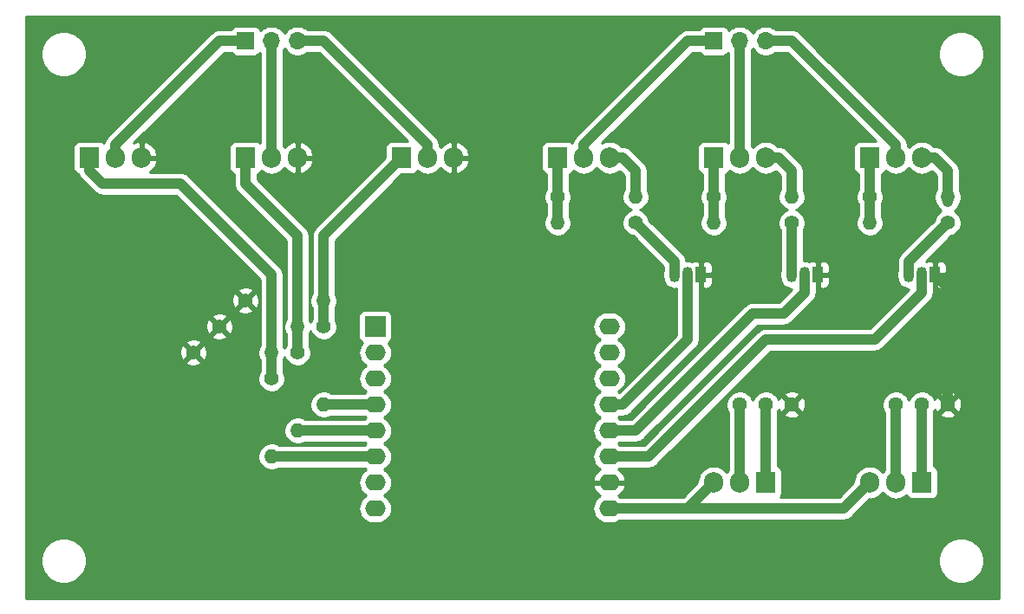
<source format=gbr>
%TF.GenerationSoftware,KiCad,Pcbnew,(5.1.9)-1*%
%TF.CreationDate,2021-10-10T23:20:05-06:00*%
%TF.ProjectId,daBat,64614261-742e-46b6-9963-61645f706362,rev?*%
%TF.SameCoordinates,Original*%
%TF.FileFunction,Copper,L1,Top*%
%TF.FilePolarity,Positive*%
%FSLAX46Y46*%
G04 Gerber Fmt 4.6, Leading zero omitted, Abs format (unit mm)*
G04 Created by KiCad (PCBNEW (5.1.9)-1) date 2021-10-10 23:20:05*
%MOMM*%
%LPD*%
G01*
G04 APERTURE LIST*
%TA.AperFunction,ComponentPad*%
%ADD10O,1.905000X2.000000*%
%TD*%
%TA.AperFunction,ComponentPad*%
%ADD11R,1.905000X2.000000*%
%TD*%
%TA.AperFunction,ComponentPad*%
%ADD12O,2.000000X1.600000*%
%TD*%
%TA.AperFunction,ComponentPad*%
%ADD13R,2.000000X2.000000*%
%TD*%
%TA.AperFunction,ComponentPad*%
%ADD14C,1.440000*%
%TD*%
%TA.AperFunction,ComponentPad*%
%ADD15O,1.400000X1.400000*%
%TD*%
%TA.AperFunction,ComponentPad*%
%ADD16C,1.400000*%
%TD*%
%TA.AperFunction,ComponentPad*%
%ADD17R,1.050000X1.500000*%
%TD*%
%TA.AperFunction,ComponentPad*%
%ADD18O,1.050000X1.500000*%
%TD*%
%TA.AperFunction,ComponentPad*%
%ADD19O,1.700000X1.700000*%
%TD*%
%TA.AperFunction,ComponentPad*%
%ADD20R,1.700000X1.700000*%
%TD*%
%TA.AperFunction,Conductor*%
%ADD21C,1.000000*%
%TD*%
%TA.AperFunction,Conductor*%
%ADD22C,0.254000*%
%TD*%
%TA.AperFunction,Conductor*%
%ADD23C,0.100000*%
%TD*%
G04 APERTURE END LIST*
D10*
%TO.P,Q8,3*%
%TO.N,GND*%
X129540000Y-63500000D03*
%TO.P,Q8,2*%
%TO.N,headerGND3*%
X127000000Y-63500000D03*
D11*
%TO.P,Q8,1*%
%TO.N,Net-(Q8-Pad1)*%
X124460000Y-63500000D03*
%TD*%
D10*
%TO.P,Q5,3*%
%TO.N,GND*%
X114300000Y-63500000D03*
%TO.P,Q5,2*%
%TO.N,headerGND2*%
X111760000Y-63500000D03*
D11*
%TO.P,Q5,1*%
%TO.N,Net-(Q5-Pad1)*%
X109220000Y-63500000D03*
%TD*%
D10*
%TO.P,Q2,3*%
%TO.N,GND*%
X99060000Y-63500000D03*
%TO.P,Q2,2*%
%TO.N,headerGND1*%
X96520000Y-63500000D03*
D11*
%TO.P,Q2,1*%
%TO.N,Net-(Q2-Pad1)*%
X93980000Y-63500000D03*
%TD*%
D12*
%TO.P,U3,16*%
%TO.N,Net-(U3-Pad16)*%
X144740000Y-80010000D03*
%TO.P,U3,15*%
%TO.N,Net-(U3-Pad15)*%
X144740000Y-82550000D03*
%TO.P,U3,14*%
%TO.N,Net-(U3-Pad14)*%
X144740000Y-85090000D03*
%TO.P,U3,13*%
%TO.N,Net-(Q1-Pad2)*%
X144740000Y-87630000D03*
%TO.P,U3,12*%
%TO.N,Net-(Q4-Pad2)*%
X144740000Y-90170000D03*
%TO.P,U3,11*%
%TO.N,Net-(Q7-Pad2)*%
X144740000Y-92710000D03*
%TO.P,U3,10*%
%TO.N,GND*%
X144740000Y-95250000D03*
%TO.P,U3,9*%
%TO.N,5vUSB*%
X144740000Y-97790000D03*
%TO.P,U3,8*%
%TO.N,Net-(U3-Pad8)*%
X121880000Y-97790000D03*
%TO.P,U3,7*%
%TO.N,Net-(U3-Pad7)*%
X121880000Y-95250000D03*
%TO.P,U3,6*%
%TO.N,Net-(R1-Pad2)*%
X121880000Y-92710000D03*
%TO.P,U3,5*%
%TO.N,Net-(R5-Pad2)*%
X121880000Y-90170000D03*
%TO.P,U3,4*%
%TO.N,Net-(R9-Pad2)*%
X121880000Y-87630000D03*
%TO.P,U3,3*%
%TO.N,Net-(U3-Pad3)*%
X121880000Y-85090000D03*
D13*
%TO.P,U3,1*%
%TO.N,Net-(U3-Pad1)*%
X121880000Y-80010000D03*
D12*
%TO.P,U3,2*%
%TO.N,Net-(U3-Pad2)*%
X121880000Y-82550000D03*
%TD*%
D10*
%TO.P,U2,3*%
%TO.N,5vUSB*%
X154940000Y-95250000D03*
%TO.P,U2,2*%
%TO.N,2.1v*%
X157480000Y-95250000D03*
D11*
%TO.P,U2,1*%
%TO.N,Net-(RV2-Pad2)*%
X160020000Y-95250000D03*
%TD*%
D10*
%TO.P,U1,3*%
%TO.N,5vUSB*%
X170180000Y-95250000D03*
%TO.P,U1,2*%
%TO.N,3.2v*%
X172720000Y-95250000D03*
D11*
%TO.P,U1,1*%
%TO.N,Net-(RV1-Pad2)*%
X175260000Y-95250000D03*
%TD*%
D14*
%TO.P,RV2,3*%
%TO.N,GND*%
X162560000Y-87630000D03*
%TO.P,RV2,2*%
%TO.N,Net-(RV2-Pad2)*%
X160020000Y-87630000D03*
%TO.P,RV2,1*%
%TO.N,2.1v*%
X157480000Y-87630000D03*
%TD*%
%TO.P,RV1,3*%
%TO.N,GND*%
X177800000Y-87630000D03*
%TO.P,RV1,2*%
%TO.N,Net-(RV1-Pad2)*%
X175260000Y-87630000D03*
%TO.P,RV1,1*%
%TO.N,3.2v*%
X172720000Y-87630000D03*
%TD*%
D15*
%TO.P,R12,2*%
%TO.N,Net-(Q9-Pad1)*%
X170180000Y-69850000D03*
D16*
%TO.P,R12,1*%
%TO.N,Net-(Q7-Pad3)*%
X177800000Y-69850000D03*
%TD*%
D15*
%TO.P,R11,2*%
%TO.N,3.2v*%
X177800000Y-67310000D03*
D16*
%TO.P,R11,1*%
%TO.N,Net-(Q9-Pad1)*%
X170180000Y-67310000D03*
%TD*%
%TO.P,R10,1*%
%TO.N,GND*%
X109220000Y-77470000D03*
D15*
%TO.P,R10,2*%
%TO.N,Net-(Q8-Pad1)*%
X116840000Y-77470000D03*
%TD*%
D16*
%TO.P,R9,1*%
%TO.N,Net-(Q8-Pad1)*%
X116840000Y-80010000D03*
D15*
%TO.P,R9,2*%
%TO.N,Net-(R9-Pad2)*%
X116840000Y-87630000D03*
%TD*%
%TO.P,R8,2*%
%TO.N,Net-(Q6-Pad1)*%
X154940000Y-69850000D03*
D16*
%TO.P,R8,1*%
%TO.N,Net-(Q4-Pad3)*%
X162560000Y-69850000D03*
%TD*%
D15*
%TO.P,R7,2*%
%TO.N,3.2v*%
X162560000Y-67310000D03*
D16*
%TO.P,R7,1*%
%TO.N,Net-(Q6-Pad1)*%
X154940000Y-67310000D03*
%TD*%
%TO.P,R6,1*%
%TO.N,GND*%
X106680000Y-80010000D03*
D15*
%TO.P,R6,2*%
%TO.N,Net-(Q5-Pad1)*%
X114300000Y-80010000D03*
%TD*%
D16*
%TO.P,R5,1*%
%TO.N,Net-(Q5-Pad1)*%
X114300000Y-82550000D03*
D15*
%TO.P,R5,2*%
%TO.N,Net-(R5-Pad2)*%
X114300000Y-90170000D03*
%TD*%
%TO.P,R4,2*%
%TO.N,Net-(Q3-Pad1)*%
X139700000Y-69850000D03*
D16*
%TO.P,R4,1*%
%TO.N,Net-(Q1-Pad3)*%
X147320000Y-69850000D03*
%TD*%
D15*
%TO.P,R3,2*%
%TO.N,2.1v*%
X147320000Y-67310000D03*
D16*
%TO.P,R3,1*%
%TO.N,Net-(Q3-Pad1)*%
X139700000Y-67310000D03*
%TD*%
%TO.P,R2,1*%
%TO.N,GND*%
X104140000Y-82550000D03*
D15*
%TO.P,R2,2*%
%TO.N,Net-(Q2-Pad1)*%
X111760000Y-82550000D03*
%TD*%
D16*
%TO.P,R1,1*%
%TO.N,Net-(Q2-Pad1)*%
X111760000Y-85090000D03*
D15*
%TO.P,R1,2*%
%TO.N,Net-(R1-Pad2)*%
X111760000Y-92710000D03*
%TD*%
D10*
%TO.P,Q9,3*%
%TO.N,3.2v*%
X175260000Y-63500000D03*
%TO.P,Q9,2*%
%TO.N,headerB*%
X172720000Y-63500000D03*
D11*
%TO.P,Q9,1*%
%TO.N,Net-(Q9-Pad1)*%
X170180000Y-63500000D03*
%TD*%
D17*
%TO.P,Q7,1*%
%TO.N,GND*%
X176530000Y-74930000D03*
D18*
%TO.P,Q7,3*%
%TO.N,Net-(Q7-Pad3)*%
X173990000Y-74930000D03*
%TO.P,Q7,2*%
%TO.N,Net-(Q7-Pad2)*%
X175260000Y-74930000D03*
%TD*%
D10*
%TO.P,Q6,3*%
%TO.N,3.2v*%
X160020000Y-63500000D03*
%TO.P,Q6,2*%
%TO.N,headerG*%
X157480000Y-63500000D03*
D11*
%TO.P,Q6,1*%
%TO.N,Net-(Q6-Pad1)*%
X154940000Y-63500000D03*
%TD*%
D17*
%TO.P,Q4,1*%
%TO.N,GND*%
X165100000Y-74930000D03*
D18*
%TO.P,Q4,3*%
%TO.N,Net-(Q4-Pad3)*%
X162560000Y-74930000D03*
%TO.P,Q4,2*%
%TO.N,Net-(Q4-Pad2)*%
X163830000Y-74930000D03*
%TD*%
D10*
%TO.P,Q3,3*%
%TO.N,2.1v*%
X144780000Y-63500000D03*
%TO.P,Q3,2*%
%TO.N,headerR*%
X142240000Y-63500000D03*
D11*
%TO.P,Q3,1*%
%TO.N,Net-(Q3-Pad1)*%
X139700000Y-63500000D03*
%TD*%
D17*
%TO.P,Q1,1*%
%TO.N,GND*%
X153670000Y-74930000D03*
D18*
%TO.P,Q1,3*%
%TO.N,Net-(Q1-Pad3)*%
X151130000Y-74930000D03*
%TO.P,Q1,2*%
%TO.N,Net-(Q1-Pad2)*%
X152400000Y-74930000D03*
%TD*%
D19*
%TO.P,J2,3*%
%TO.N,headerGND3*%
X114300000Y-52070000D03*
%TO.P,J2,2*%
%TO.N,headerGND2*%
X111760000Y-52070000D03*
D20*
%TO.P,J2,1*%
%TO.N,headerGND1*%
X109220000Y-52070000D03*
%TD*%
D19*
%TO.P,J1,3*%
%TO.N,headerB*%
X160020000Y-52070000D03*
%TO.P,J1,2*%
%TO.N,headerG*%
X157480000Y-52070000D03*
D20*
%TO.P,J1,1*%
%TO.N,headerR*%
X154940000Y-52070000D03*
%TD*%
D21*
%TO.N,headerB*%
X172720000Y-63500000D02*
X172720000Y-62230000D01*
X162560000Y-52070000D02*
X160020000Y-52070000D01*
X172720000Y-62230000D02*
X162560000Y-52070000D01*
%TO.N,headerG*%
X157480000Y-63500000D02*
X157480000Y-52070000D01*
%TO.N,headerR*%
X142240000Y-63500000D02*
X142240000Y-62230000D01*
X152400000Y-52070000D02*
X154940000Y-52070000D01*
X142240000Y-62230000D02*
X152400000Y-52070000D01*
%TO.N,headerGND3*%
X114300000Y-52070000D02*
X116840000Y-52070000D01*
X127000000Y-62230000D02*
X127000000Y-63500000D01*
X116840000Y-52070000D02*
X127000000Y-62230000D01*
%TO.N,headerGND2*%
X111760000Y-52070000D02*
X111760000Y-63500000D01*
%TO.N,headerGND1*%
X96520000Y-63500000D02*
X96520000Y-62230000D01*
X106680000Y-52070000D02*
X109220000Y-52070000D01*
X96520000Y-62230000D02*
X106680000Y-52070000D01*
%TO.N,GND*%
X177800000Y-76200000D02*
X176530000Y-74930000D01*
X177800000Y-87630000D02*
X177800000Y-76200000D01*
%TO.N,Net-(Q1-Pad3)*%
X151130000Y-73660000D02*
X147320000Y-69850000D01*
X151130000Y-74930000D02*
X151130000Y-73660000D01*
%TO.N,Net-(Q1-Pad2)*%
X146050000Y-87630000D02*
X144740000Y-87630000D01*
X152400000Y-81280000D02*
X146050000Y-87630000D01*
X152400000Y-74930000D02*
X152400000Y-81280000D01*
%TO.N,2.1v*%
X157480000Y-87630000D02*
X157480000Y-95250000D01*
X144780000Y-63500000D02*
X146050000Y-63500000D01*
X147320000Y-64770000D02*
X147320000Y-67310000D01*
X146050000Y-63500000D02*
X147320000Y-64770000D01*
%TO.N,Net-(Q3-Pad1)*%
X139700000Y-63500000D02*
X139700000Y-69850000D01*
%TO.N,Net-(Q4-Pad3)*%
X162560000Y-74930000D02*
X162560000Y-69850000D01*
%TO.N,Net-(Q4-Pad2)*%
X163830000Y-76680000D02*
X163830000Y-74930000D01*
X161770000Y-78740000D02*
X163830000Y-76680000D01*
X147320000Y-90170000D02*
X158750000Y-78740000D01*
X158750000Y-78740000D02*
X161770000Y-78740000D01*
X144740000Y-90170000D02*
X147320000Y-90170000D01*
%TO.N,3.2v*%
X172720000Y-87630000D02*
X172720000Y-95250000D01*
X160020000Y-63500000D02*
X161290000Y-63500000D01*
X162560000Y-64770000D02*
X162560000Y-67310000D01*
X161290000Y-63500000D02*
X162560000Y-64770000D01*
X175260000Y-63500000D02*
X176530000Y-63500000D01*
X176530000Y-63500000D02*
X177800000Y-64770000D01*
X177800000Y-64770000D02*
X177800000Y-67310000D01*
X177800000Y-67310000D02*
X177800000Y-67777998D01*
%TO.N,Net-(Q6-Pad1)*%
X154940000Y-63500000D02*
X154940000Y-69850000D01*
%TO.N,Net-(Q7-Pad3)*%
X177800000Y-69850000D02*
X173990000Y-73660000D01*
X173990000Y-73660000D02*
X173990000Y-74930000D01*
%TO.N,Net-(Q7-Pad2)*%
X148590000Y-92710000D02*
X160020000Y-81280000D01*
X144740000Y-92710000D02*
X148590000Y-92710000D01*
X170660000Y-81280000D02*
X160020000Y-81280000D01*
X175260000Y-76680000D02*
X170660000Y-81280000D01*
X175260000Y-74930000D02*
X175260000Y-76680000D01*
%TO.N,Net-(Q9-Pad1)*%
X170180000Y-63500000D02*
X170180000Y-69850000D01*
%TO.N,Net-(R1-Pad2)*%
X121880000Y-92710000D02*
X111760000Y-92710000D01*
%TO.N,Net-(R5-Pad2)*%
X121880000Y-90170000D02*
X114300000Y-90170000D01*
%TO.N,Net-(R9-Pad2)*%
X121880000Y-87630000D02*
X116840000Y-87630000D01*
%TO.N,Net-(RV1-Pad2)*%
X175260000Y-87630000D02*
X175260000Y-95250000D01*
%TO.N,Net-(RV2-Pad2)*%
X160020000Y-87630000D02*
X160020000Y-95250000D01*
%TO.N,5vUSB*%
X144740000Y-97790000D02*
X146050000Y-97790000D01*
X152400000Y-97790000D02*
X154940000Y-95250000D01*
X144740000Y-97790000D02*
X152400000Y-97790000D01*
X167640000Y-97790000D02*
X170180000Y-95250000D01*
X152400000Y-97790000D02*
X167640000Y-97790000D01*
%TO.N,Net-(Q2-Pad1)*%
X111760000Y-85090000D02*
X111760000Y-82550000D01*
X95250000Y-66040000D02*
X93980000Y-64770000D01*
X102870000Y-66040000D02*
X95250000Y-66040000D01*
X111760000Y-74930000D02*
X102870000Y-66040000D01*
X93980000Y-64770000D02*
X93980000Y-63500000D01*
X111760000Y-82550000D02*
X111760000Y-74930000D01*
%TO.N,Net-(Q5-Pad1)*%
X114300000Y-82550000D02*
X114300000Y-80010000D01*
X109220000Y-66040000D02*
X109220000Y-63500000D01*
X114300000Y-71120000D02*
X109220000Y-66040000D01*
X114300000Y-80010000D02*
X114300000Y-71120000D01*
%TO.N,Net-(Q8-Pad1)*%
X116840000Y-80010000D02*
X116840000Y-78740000D01*
X116840000Y-78740000D02*
X116840000Y-77470000D01*
X116840000Y-71120000D02*
X124460000Y-63500000D01*
X116840000Y-77470000D02*
X116840000Y-71120000D01*
%TD*%
D22*
%TO.N,GND*%
X182753000Y-106553000D02*
X87757000Y-106553000D01*
X87757000Y-102649872D01*
X89205000Y-102649872D01*
X89205000Y-103090128D01*
X89290890Y-103521925D01*
X89459369Y-103928669D01*
X89703962Y-104294729D01*
X90015271Y-104606038D01*
X90381331Y-104850631D01*
X90788075Y-105019110D01*
X91219872Y-105105000D01*
X91660128Y-105105000D01*
X92091925Y-105019110D01*
X92498669Y-104850631D01*
X92864729Y-104606038D01*
X93176038Y-104294729D01*
X93420631Y-103928669D01*
X93589110Y-103521925D01*
X93675000Y-103090128D01*
X93675000Y-102649872D01*
X176835000Y-102649872D01*
X176835000Y-103090128D01*
X176920890Y-103521925D01*
X177089369Y-103928669D01*
X177333962Y-104294729D01*
X177645271Y-104606038D01*
X178011331Y-104850631D01*
X178418075Y-105019110D01*
X178849872Y-105105000D01*
X179290128Y-105105000D01*
X179721925Y-105019110D01*
X180128669Y-104850631D01*
X180494729Y-104606038D01*
X180806038Y-104294729D01*
X181050631Y-103928669D01*
X181219110Y-103521925D01*
X181305000Y-103090128D01*
X181305000Y-102649872D01*
X181219110Y-102218075D01*
X181050631Y-101811331D01*
X180806038Y-101445271D01*
X180494729Y-101133962D01*
X180128669Y-100889369D01*
X179721925Y-100720890D01*
X179290128Y-100635000D01*
X178849872Y-100635000D01*
X178418075Y-100720890D01*
X178011331Y-100889369D01*
X177645271Y-101133962D01*
X177333962Y-101445271D01*
X177089369Y-101811331D01*
X176920890Y-102218075D01*
X176835000Y-102649872D01*
X93675000Y-102649872D01*
X93589110Y-102218075D01*
X93420631Y-101811331D01*
X93176038Y-101445271D01*
X92864729Y-101133962D01*
X92498669Y-100889369D01*
X92091925Y-100720890D01*
X91660128Y-100635000D01*
X91219872Y-100635000D01*
X90788075Y-100720890D01*
X90381331Y-100889369D01*
X90015271Y-101133962D01*
X89703962Y-101445271D01*
X89459369Y-101811331D01*
X89290890Y-102218075D01*
X89205000Y-102649872D01*
X87757000Y-102649872D01*
X87757000Y-92578514D01*
X110425000Y-92578514D01*
X110425000Y-92841486D01*
X110476304Y-93099405D01*
X110576939Y-93342359D01*
X110723038Y-93561013D01*
X110908987Y-93746962D01*
X111127641Y-93893061D01*
X111370595Y-93993696D01*
X111628514Y-94045000D01*
X111891486Y-94045000D01*
X112149405Y-93993696D01*
X112392359Y-93893061D01*
X112464288Y-93845000D01*
X120800998Y-93845000D01*
X120878899Y-93908932D01*
X121011858Y-93980000D01*
X120878899Y-94051068D01*
X120660392Y-94230392D01*
X120481068Y-94448899D01*
X120347818Y-94698192D01*
X120265764Y-94968691D01*
X120238057Y-95250000D01*
X120265764Y-95531309D01*
X120347818Y-95801808D01*
X120481068Y-96051101D01*
X120660392Y-96269608D01*
X120878899Y-96448932D01*
X121011858Y-96520000D01*
X120878899Y-96591068D01*
X120660392Y-96770392D01*
X120481068Y-96988899D01*
X120347818Y-97238192D01*
X120265764Y-97508691D01*
X120238057Y-97790000D01*
X120265764Y-98071309D01*
X120347818Y-98341808D01*
X120481068Y-98591101D01*
X120660392Y-98809608D01*
X120878899Y-98988932D01*
X121128192Y-99122182D01*
X121398691Y-99204236D01*
X121609508Y-99225000D01*
X122150492Y-99225000D01*
X122361309Y-99204236D01*
X122631808Y-99122182D01*
X122881101Y-98988932D01*
X123099608Y-98809608D01*
X123278932Y-98591101D01*
X123412182Y-98341808D01*
X123494236Y-98071309D01*
X123521943Y-97790000D01*
X143098057Y-97790000D01*
X143125764Y-98071309D01*
X143207818Y-98341808D01*
X143341068Y-98591101D01*
X143520392Y-98809608D01*
X143738899Y-98988932D01*
X143988192Y-99122182D01*
X144258691Y-99204236D01*
X144469508Y-99225000D01*
X145010492Y-99225000D01*
X145221309Y-99204236D01*
X145491808Y-99122182D01*
X145741101Y-98988932D01*
X145819002Y-98925000D01*
X152344249Y-98925000D01*
X152400000Y-98930491D01*
X152455751Y-98925000D01*
X167584249Y-98925000D01*
X167640000Y-98930491D01*
X167695751Y-98925000D01*
X167695752Y-98925000D01*
X167862499Y-98908577D01*
X168076447Y-98843676D01*
X168273623Y-98738284D01*
X168446449Y-98596449D01*
X168481996Y-98553135D01*
X170145817Y-96889314D01*
X170180000Y-96892681D01*
X170491203Y-96862030D01*
X170790448Y-96771255D01*
X171066234Y-96623845D01*
X171307963Y-96425463D01*
X171450000Y-96252391D01*
X171592037Y-96425463D01*
X171833765Y-96623845D01*
X172109551Y-96771255D01*
X172408796Y-96862030D01*
X172720000Y-96892681D01*
X173031203Y-96862030D01*
X173330448Y-96771255D01*
X173606234Y-96623845D01*
X173732095Y-96520553D01*
X173776963Y-96604494D01*
X173856315Y-96701185D01*
X173953006Y-96780537D01*
X174063320Y-96839502D01*
X174183018Y-96875812D01*
X174307500Y-96888072D01*
X176212500Y-96888072D01*
X176336982Y-96875812D01*
X176456680Y-96839502D01*
X176566994Y-96780537D01*
X176663685Y-96701185D01*
X176743037Y-96604494D01*
X176802002Y-96494180D01*
X176838312Y-96374482D01*
X176850572Y-96250000D01*
X176850572Y-94250000D01*
X176838312Y-94125518D01*
X176802002Y-94005820D01*
X176743037Y-93895506D01*
X176663685Y-93798815D01*
X176566994Y-93719463D01*
X176456680Y-93660498D01*
X176395000Y-93641788D01*
X176395000Y-88565560D01*
X177044045Y-88565560D01*
X177105932Y-88801368D01*
X177347790Y-88914266D01*
X177607027Y-88977811D01*
X177873680Y-88989561D01*
X178137501Y-88949063D01*
X178388353Y-88857875D01*
X178494068Y-88801368D01*
X178555955Y-88565560D01*
X177800000Y-87809605D01*
X177044045Y-88565560D01*
X176395000Y-88565560D01*
X176395000Y-88370287D01*
X176460785Y-88271833D01*
X176530438Y-88103676D01*
X176572125Y-88218353D01*
X176628632Y-88324068D01*
X176864440Y-88385955D01*
X177620395Y-87630000D01*
X177979605Y-87630000D01*
X178735560Y-88385955D01*
X178971368Y-88324068D01*
X179084266Y-88082210D01*
X179147811Y-87822973D01*
X179159561Y-87556320D01*
X179119063Y-87292499D01*
X179027875Y-87041647D01*
X178971368Y-86935932D01*
X178735560Y-86874045D01*
X177979605Y-87630000D01*
X177620395Y-87630000D01*
X176864440Y-86874045D01*
X176628632Y-86935932D01*
X176528236Y-87151007D01*
X176460785Y-86988167D01*
X176312497Y-86766238D01*
X176240699Y-86694440D01*
X177044045Y-86694440D01*
X177800000Y-87450395D01*
X178555955Y-86694440D01*
X178494068Y-86458632D01*
X178252210Y-86345734D01*
X177992973Y-86282189D01*
X177726320Y-86270439D01*
X177462499Y-86310937D01*
X177211647Y-86402125D01*
X177105932Y-86458632D01*
X177044045Y-86694440D01*
X176240699Y-86694440D01*
X176123762Y-86577503D01*
X175901833Y-86429215D01*
X175655239Y-86327072D01*
X175393456Y-86275000D01*
X175126544Y-86275000D01*
X174864761Y-86327072D01*
X174618167Y-86429215D01*
X174396238Y-86577503D01*
X174207503Y-86766238D01*
X174059215Y-86988167D01*
X173990000Y-87155266D01*
X173920785Y-86988167D01*
X173772497Y-86766238D01*
X173583762Y-86577503D01*
X173361833Y-86429215D01*
X173115239Y-86327072D01*
X172853456Y-86275000D01*
X172586544Y-86275000D01*
X172324761Y-86327072D01*
X172078167Y-86429215D01*
X171856238Y-86577503D01*
X171667503Y-86766238D01*
X171519215Y-86988167D01*
X171417072Y-87234761D01*
X171365000Y-87496544D01*
X171365000Y-87763456D01*
X171417072Y-88025239D01*
X171519215Y-88271833D01*
X171585000Y-88370288D01*
X171585001Y-94083111D01*
X171450000Y-94247609D01*
X171307963Y-94074537D01*
X171066235Y-93876155D01*
X170790449Y-93728745D01*
X170491204Y-93637970D01*
X170180000Y-93607319D01*
X169868797Y-93637970D01*
X169569552Y-93728745D01*
X169293766Y-93876155D01*
X169052037Y-94074537D01*
X168853655Y-94316265D01*
X168706245Y-94592051D01*
X168615470Y-94891296D01*
X168592500Y-95124514D01*
X168592500Y-95232368D01*
X167169869Y-96655000D01*
X161461588Y-96655000D01*
X161503037Y-96604494D01*
X161562002Y-96494180D01*
X161598312Y-96374482D01*
X161610572Y-96250000D01*
X161610572Y-94250000D01*
X161598312Y-94125518D01*
X161562002Y-94005820D01*
X161503037Y-93895506D01*
X161423685Y-93798815D01*
X161326994Y-93719463D01*
X161216680Y-93660498D01*
X161155000Y-93641788D01*
X161155000Y-88565560D01*
X161804045Y-88565560D01*
X161865932Y-88801368D01*
X162107790Y-88914266D01*
X162367027Y-88977811D01*
X162633680Y-88989561D01*
X162897501Y-88949063D01*
X163148353Y-88857875D01*
X163254068Y-88801368D01*
X163315955Y-88565560D01*
X162560000Y-87809605D01*
X161804045Y-88565560D01*
X161155000Y-88565560D01*
X161155000Y-88370287D01*
X161220785Y-88271833D01*
X161290438Y-88103676D01*
X161332125Y-88218353D01*
X161388632Y-88324068D01*
X161624440Y-88385955D01*
X162380395Y-87630000D01*
X162739605Y-87630000D01*
X163495560Y-88385955D01*
X163731368Y-88324068D01*
X163844266Y-88082210D01*
X163907811Y-87822973D01*
X163919561Y-87556320D01*
X163879063Y-87292499D01*
X163787875Y-87041647D01*
X163731368Y-86935932D01*
X163495560Y-86874045D01*
X162739605Y-87630000D01*
X162380395Y-87630000D01*
X161624440Y-86874045D01*
X161388632Y-86935932D01*
X161288236Y-87151007D01*
X161220785Y-86988167D01*
X161072497Y-86766238D01*
X161000699Y-86694440D01*
X161804045Y-86694440D01*
X162560000Y-87450395D01*
X163315955Y-86694440D01*
X163254068Y-86458632D01*
X163012210Y-86345734D01*
X162752973Y-86282189D01*
X162486320Y-86270439D01*
X162222499Y-86310937D01*
X161971647Y-86402125D01*
X161865932Y-86458632D01*
X161804045Y-86694440D01*
X161000699Y-86694440D01*
X160883762Y-86577503D01*
X160661833Y-86429215D01*
X160415239Y-86327072D01*
X160153456Y-86275000D01*
X159886544Y-86275000D01*
X159624761Y-86327072D01*
X159378167Y-86429215D01*
X159156238Y-86577503D01*
X158967503Y-86766238D01*
X158819215Y-86988167D01*
X158750000Y-87155266D01*
X158680785Y-86988167D01*
X158532497Y-86766238D01*
X158343762Y-86577503D01*
X158121833Y-86429215D01*
X157875239Y-86327072D01*
X157613456Y-86275000D01*
X157346544Y-86275000D01*
X157084761Y-86327072D01*
X156838167Y-86429215D01*
X156616238Y-86577503D01*
X156427503Y-86766238D01*
X156279215Y-86988167D01*
X156177072Y-87234761D01*
X156125000Y-87496544D01*
X156125000Y-87763456D01*
X156177072Y-88025239D01*
X156279215Y-88271833D01*
X156345000Y-88370288D01*
X156345001Y-94083111D01*
X156210000Y-94247609D01*
X156067963Y-94074537D01*
X155826235Y-93876155D01*
X155550449Y-93728745D01*
X155251204Y-93637970D01*
X154940000Y-93607319D01*
X154628797Y-93637970D01*
X154329552Y-93728745D01*
X154053766Y-93876155D01*
X153812037Y-94074537D01*
X153613655Y-94316265D01*
X153466245Y-94592051D01*
X153375470Y-94891296D01*
X153352500Y-95124514D01*
X153352500Y-95232368D01*
X151929869Y-96655000D01*
X145819002Y-96655000D01*
X145741101Y-96591068D01*
X145611655Y-96521878D01*
X145629227Y-96514430D01*
X145862662Y-96355673D01*
X146060639Y-96154425D01*
X146215551Y-95918421D01*
X146321444Y-95656730D01*
X146331904Y-95599039D01*
X146209915Y-95377000D01*
X144867000Y-95377000D01*
X144867000Y-95397000D01*
X144613000Y-95397000D01*
X144613000Y-95377000D01*
X143270085Y-95377000D01*
X143148096Y-95599039D01*
X143158556Y-95656730D01*
X143264449Y-95918421D01*
X143419361Y-96154425D01*
X143617338Y-96355673D01*
X143850773Y-96514430D01*
X143868345Y-96521878D01*
X143738899Y-96591068D01*
X143520392Y-96770392D01*
X143341068Y-96988899D01*
X143207818Y-97238192D01*
X143125764Y-97508691D01*
X143098057Y-97790000D01*
X123521943Y-97790000D01*
X123494236Y-97508691D01*
X123412182Y-97238192D01*
X123278932Y-96988899D01*
X123099608Y-96770392D01*
X122881101Y-96591068D01*
X122748142Y-96520000D01*
X122881101Y-96448932D01*
X123099608Y-96269608D01*
X123278932Y-96051101D01*
X123412182Y-95801808D01*
X123494236Y-95531309D01*
X123521943Y-95250000D01*
X123494236Y-94968691D01*
X123412182Y-94698192D01*
X123278932Y-94448899D01*
X123099608Y-94230392D01*
X122881101Y-94051068D01*
X122748142Y-93980000D01*
X122881101Y-93908932D01*
X123099608Y-93729608D01*
X123278932Y-93511101D01*
X123412182Y-93261808D01*
X123494236Y-92991309D01*
X123521943Y-92710000D01*
X123494236Y-92428691D01*
X123412182Y-92158192D01*
X123278932Y-91908899D01*
X123099608Y-91690392D01*
X122881101Y-91511068D01*
X122748142Y-91440000D01*
X122881101Y-91368932D01*
X123099608Y-91189608D01*
X123278932Y-90971101D01*
X123412182Y-90721808D01*
X123494236Y-90451309D01*
X123521943Y-90170000D01*
X123494236Y-89888691D01*
X123412182Y-89618192D01*
X123278932Y-89368899D01*
X123099608Y-89150392D01*
X122881101Y-88971068D01*
X122748142Y-88900000D01*
X122881101Y-88828932D01*
X123099608Y-88649608D01*
X123278932Y-88431101D01*
X123412182Y-88181808D01*
X123494236Y-87911309D01*
X123521943Y-87630000D01*
X123494236Y-87348691D01*
X123412182Y-87078192D01*
X123278932Y-86828899D01*
X123099608Y-86610392D01*
X122881101Y-86431068D01*
X122748142Y-86360000D01*
X122881101Y-86288932D01*
X123099608Y-86109608D01*
X123278932Y-85891101D01*
X123412182Y-85641808D01*
X123494236Y-85371309D01*
X123521943Y-85090000D01*
X123494236Y-84808691D01*
X123412182Y-84538192D01*
X123278932Y-84288899D01*
X123099608Y-84070392D01*
X122881101Y-83891068D01*
X122748142Y-83820000D01*
X122881101Y-83748932D01*
X123099608Y-83569608D01*
X123278932Y-83351101D01*
X123412182Y-83101808D01*
X123494236Y-82831309D01*
X123521943Y-82550000D01*
X123494236Y-82268691D01*
X123412182Y-81998192D01*
X123278932Y-81748899D01*
X123146524Y-81587559D01*
X123234494Y-81540537D01*
X123331185Y-81461185D01*
X123410537Y-81364494D01*
X123469502Y-81254180D01*
X123505812Y-81134482D01*
X123518072Y-81010000D01*
X123518072Y-79010000D01*
X123505812Y-78885518D01*
X123469502Y-78765820D01*
X123410537Y-78655506D01*
X123331185Y-78558815D01*
X123234494Y-78479463D01*
X123124180Y-78420498D01*
X123004482Y-78384188D01*
X122880000Y-78371928D01*
X120880000Y-78371928D01*
X120755518Y-78384188D01*
X120635820Y-78420498D01*
X120525506Y-78479463D01*
X120428815Y-78558815D01*
X120349463Y-78655506D01*
X120290498Y-78765820D01*
X120254188Y-78885518D01*
X120241928Y-79010000D01*
X120241928Y-81010000D01*
X120254188Y-81134482D01*
X120290498Y-81254180D01*
X120349463Y-81364494D01*
X120428815Y-81461185D01*
X120525506Y-81540537D01*
X120613476Y-81587559D01*
X120481068Y-81748899D01*
X120347818Y-81998192D01*
X120265764Y-82268691D01*
X120238057Y-82550000D01*
X120265764Y-82831309D01*
X120347818Y-83101808D01*
X120481068Y-83351101D01*
X120660392Y-83569608D01*
X120878899Y-83748932D01*
X121011858Y-83820000D01*
X120878899Y-83891068D01*
X120660392Y-84070392D01*
X120481068Y-84288899D01*
X120347818Y-84538192D01*
X120265764Y-84808691D01*
X120238057Y-85090000D01*
X120265764Y-85371309D01*
X120347818Y-85641808D01*
X120481068Y-85891101D01*
X120660392Y-86109608D01*
X120878899Y-86288932D01*
X121011858Y-86360000D01*
X120878899Y-86431068D01*
X120800998Y-86495000D01*
X117544288Y-86495000D01*
X117472359Y-86446939D01*
X117229405Y-86346304D01*
X116971486Y-86295000D01*
X116708514Y-86295000D01*
X116450595Y-86346304D01*
X116207641Y-86446939D01*
X115988987Y-86593038D01*
X115803038Y-86778987D01*
X115656939Y-86997641D01*
X115556304Y-87240595D01*
X115505000Y-87498514D01*
X115505000Y-87761486D01*
X115556304Y-88019405D01*
X115656939Y-88262359D01*
X115803038Y-88481013D01*
X115988987Y-88666962D01*
X116207641Y-88813061D01*
X116450595Y-88913696D01*
X116708514Y-88965000D01*
X116971486Y-88965000D01*
X117229405Y-88913696D01*
X117472359Y-88813061D01*
X117544288Y-88765000D01*
X120800998Y-88765000D01*
X120878899Y-88828932D01*
X121011858Y-88900000D01*
X120878899Y-88971068D01*
X120800998Y-89035000D01*
X115004288Y-89035000D01*
X114932359Y-88986939D01*
X114689405Y-88886304D01*
X114431486Y-88835000D01*
X114168514Y-88835000D01*
X113910595Y-88886304D01*
X113667641Y-88986939D01*
X113448987Y-89133038D01*
X113263038Y-89318987D01*
X113116939Y-89537641D01*
X113016304Y-89780595D01*
X112965000Y-90038514D01*
X112965000Y-90301486D01*
X113016304Y-90559405D01*
X113116939Y-90802359D01*
X113263038Y-91021013D01*
X113448987Y-91206962D01*
X113667641Y-91353061D01*
X113910595Y-91453696D01*
X114168514Y-91505000D01*
X114431486Y-91505000D01*
X114689405Y-91453696D01*
X114932359Y-91353061D01*
X115004288Y-91305000D01*
X120800998Y-91305000D01*
X120878899Y-91368932D01*
X121011858Y-91440000D01*
X120878899Y-91511068D01*
X120800998Y-91575000D01*
X112464288Y-91575000D01*
X112392359Y-91526939D01*
X112149405Y-91426304D01*
X111891486Y-91375000D01*
X111628514Y-91375000D01*
X111370595Y-91426304D01*
X111127641Y-91526939D01*
X110908987Y-91673038D01*
X110723038Y-91858987D01*
X110576939Y-92077641D01*
X110476304Y-92320595D01*
X110425000Y-92578514D01*
X87757000Y-92578514D01*
X87757000Y-83471269D01*
X103398336Y-83471269D01*
X103457797Y-83705037D01*
X103696242Y-83815934D01*
X103951740Y-83878183D01*
X104214473Y-83889390D01*
X104474344Y-83849125D01*
X104721366Y-83758935D01*
X104822203Y-83705037D01*
X104881664Y-83471269D01*
X104140000Y-82729605D01*
X103398336Y-83471269D01*
X87757000Y-83471269D01*
X87757000Y-82624473D01*
X102800610Y-82624473D01*
X102840875Y-82884344D01*
X102931065Y-83131366D01*
X102984963Y-83232203D01*
X103218731Y-83291664D01*
X103960395Y-82550000D01*
X104319605Y-82550000D01*
X105061269Y-83291664D01*
X105295037Y-83232203D01*
X105405934Y-82993758D01*
X105468183Y-82738260D01*
X105479390Y-82475527D01*
X105439125Y-82215656D01*
X105348935Y-81968634D01*
X105295037Y-81867797D01*
X105061269Y-81808336D01*
X104319605Y-82550000D01*
X103960395Y-82550000D01*
X103218731Y-81808336D01*
X102984963Y-81867797D01*
X102874066Y-82106242D01*
X102811817Y-82361740D01*
X102800610Y-82624473D01*
X87757000Y-82624473D01*
X87757000Y-81628731D01*
X103398336Y-81628731D01*
X104140000Y-82370395D01*
X104881664Y-81628731D01*
X104822203Y-81394963D01*
X104583758Y-81284066D01*
X104328260Y-81221817D01*
X104065527Y-81210610D01*
X103805656Y-81250875D01*
X103558634Y-81341065D01*
X103457797Y-81394963D01*
X103398336Y-81628731D01*
X87757000Y-81628731D01*
X87757000Y-80931269D01*
X105938336Y-80931269D01*
X105997797Y-81165037D01*
X106236242Y-81275934D01*
X106491740Y-81338183D01*
X106754473Y-81349390D01*
X107014344Y-81309125D01*
X107261366Y-81218935D01*
X107362203Y-81165037D01*
X107421664Y-80931269D01*
X106680000Y-80189605D01*
X105938336Y-80931269D01*
X87757000Y-80931269D01*
X87757000Y-80084473D01*
X105340610Y-80084473D01*
X105380875Y-80344344D01*
X105471065Y-80591366D01*
X105524963Y-80692203D01*
X105758731Y-80751664D01*
X106500395Y-80010000D01*
X106859605Y-80010000D01*
X107601269Y-80751664D01*
X107835037Y-80692203D01*
X107945934Y-80453758D01*
X108008183Y-80198260D01*
X108019390Y-79935527D01*
X107979125Y-79675656D01*
X107888935Y-79428634D01*
X107835037Y-79327797D01*
X107601269Y-79268336D01*
X106859605Y-80010000D01*
X106500395Y-80010000D01*
X105758731Y-79268336D01*
X105524963Y-79327797D01*
X105414066Y-79566242D01*
X105351817Y-79821740D01*
X105340610Y-80084473D01*
X87757000Y-80084473D01*
X87757000Y-79088731D01*
X105938336Y-79088731D01*
X106680000Y-79830395D01*
X107421664Y-79088731D01*
X107362203Y-78854963D01*
X107123758Y-78744066D01*
X106868260Y-78681817D01*
X106605527Y-78670610D01*
X106345656Y-78710875D01*
X106098634Y-78801065D01*
X105997797Y-78854963D01*
X105938336Y-79088731D01*
X87757000Y-79088731D01*
X87757000Y-78391269D01*
X108478336Y-78391269D01*
X108537797Y-78625037D01*
X108776242Y-78735934D01*
X109031740Y-78798183D01*
X109294473Y-78809390D01*
X109554344Y-78769125D01*
X109801366Y-78678935D01*
X109902203Y-78625037D01*
X109961664Y-78391269D01*
X109220000Y-77649605D01*
X108478336Y-78391269D01*
X87757000Y-78391269D01*
X87757000Y-77544473D01*
X107880610Y-77544473D01*
X107920875Y-77804344D01*
X108011065Y-78051366D01*
X108064963Y-78152203D01*
X108298731Y-78211664D01*
X109040395Y-77470000D01*
X109399605Y-77470000D01*
X110141269Y-78211664D01*
X110375037Y-78152203D01*
X110485934Y-77913758D01*
X110548183Y-77658260D01*
X110559390Y-77395527D01*
X110519125Y-77135656D01*
X110428935Y-76888634D01*
X110375037Y-76787797D01*
X110141269Y-76728336D01*
X109399605Y-77470000D01*
X109040395Y-77470000D01*
X108298731Y-76728336D01*
X108064963Y-76787797D01*
X107954066Y-77026242D01*
X107891817Y-77281740D01*
X107880610Y-77544473D01*
X87757000Y-77544473D01*
X87757000Y-76548731D01*
X108478336Y-76548731D01*
X109220000Y-77290395D01*
X109961664Y-76548731D01*
X109902203Y-76314963D01*
X109663758Y-76204066D01*
X109408260Y-76141817D01*
X109145527Y-76130610D01*
X108885656Y-76170875D01*
X108638634Y-76261065D01*
X108537797Y-76314963D01*
X108478336Y-76548731D01*
X87757000Y-76548731D01*
X87757000Y-62500000D01*
X92389428Y-62500000D01*
X92389428Y-64500000D01*
X92401688Y-64624482D01*
X92437998Y-64744180D01*
X92496963Y-64854494D01*
X92576315Y-64951185D01*
X92673006Y-65030537D01*
X92783320Y-65089502D01*
X92901747Y-65125426D01*
X92926324Y-65206446D01*
X93031716Y-65403623D01*
X93173551Y-65576449D01*
X93216865Y-65611996D01*
X94408008Y-66803140D01*
X94443551Y-66846449D01*
X94616377Y-66988284D01*
X94813553Y-67093676D01*
X94977705Y-67143471D01*
X95027500Y-67158577D01*
X95048493Y-67160644D01*
X95194248Y-67175000D01*
X95194255Y-67175000D01*
X95249999Y-67180490D01*
X95305743Y-67175000D01*
X102399869Y-67175000D01*
X110625001Y-75400134D01*
X110625000Y-81845712D01*
X110576939Y-81917641D01*
X110476304Y-82160595D01*
X110425000Y-82418514D01*
X110425000Y-82681486D01*
X110476304Y-82939405D01*
X110576939Y-83182359D01*
X110625001Y-83254289D01*
X110625000Y-84385712D01*
X110576939Y-84457641D01*
X110476304Y-84700595D01*
X110425000Y-84958514D01*
X110425000Y-85221486D01*
X110476304Y-85479405D01*
X110576939Y-85722359D01*
X110723038Y-85941013D01*
X110908987Y-86126962D01*
X111127641Y-86273061D01*
X111370595Y-86373696D01*
X111628514Y-86425000D01*
X111891486Y-86425000D01*
X112149405Y-86373696D01*
X112392359Y-86273061D01*
X112611013Y-86126962D01*
X112796962Y-85941013D01*
X112943061Y-85722359D01*
X113043696Y-85479405D01*
X113095000Y-85221486D01*
X113095000Y-84958514D01*
X113043696Y-84700595D01*
X112943061Y-84457641D01*
X112895000Y-84385712D01*
X112895000Y-83254288D01*
X112943061Y-83182359D01*
X113030000Y-82972470D01*
X113116939Y-83182359D01*
X113263038Y-83401013D01*
X113448987Y-83586962D01*
X113667641Y-83733061D01*
X113910595Y-83833696D01*
X114168514Y-83885000D01*
X114431486Y-83885000D01*
X114689405Y-83833696D01*
X114932359Y-83733061D01*
X115151013Y-83586962D01*
X115336962Y-83401013D01*
X115483061Y-83182359D01*
X115583696Y-82939405D01*
X115635000Y-82681486D01*
X115635000Y-82418514D01*
X115583696Y-82160595D01*
X115483061Y-81917641D01*
X115435000Y-81845712D01*
X115435000Y-80714288D01*
X115483061Y-80642359D01*
X115570000Y-80432470D01*
X115656939Y-80642359D01*
X115803038Y-80861013D01*
X115988987Y-81046962D01*
X116207641Y-81193061D01*
X116450595Y-81293696D01*
X116708514Y-81345000D01*
X116971486Y-81345000D01*
X117229405Y-81293696D01*
X117472359Y-81193061D01*
X117691013Y-81046962D01*
X117876962Y-80861013D01*
X118023061Y-80642359D01*
X118123696Y-80399405D01*
X118175000Y-80141486D01*
X118175000Y-79878514D01*
X118123696Y-79620595D01*
X118023061Y-79377641D01*
X117975000Y-79305712D01*
X117975000Y-78174288D01*
X118023061Y-78102359D01*
X118123696Y-77859405D01*
X118175000Y-77601486D01*
X118175000Y-77338514D01*
X118123696Y-77080595D01*
X118023061Y-76837641D01*
X117975000Y-76765712D01*
X117975000Y-71590131D01*
X124427060Y-65138072D01*
X125412500Y-65138072D01*
X125536982Y-65125812D01*
X125656680Y-65089502D01*
X125766994Y-65030537D01*
X125863685Y-64951185D01*
X125943037Y-64854494D01*
X125987905Y-64770553D01*
X126113766Y-64873845D01*
X126389552Y-65021255D01*
X126688797Y-65112030D01*
X127000000Y-65142681D01*
X127311204Y-65112030D01*
X127610449Y-65021255D01*
X127886235Y-64873845D01*
X128127963Y-64675463D01*
X128275162Y-64496100D01*
X128430563Y-64681315D01*
X128673077Y-64875969D01*
X128948906Y-65019571D01*
X129167020Y-65090563D01*
X129413000Y-64970594D01*
X129413000Y-63627000D01*
X129667000Y-63627000D01*
X129667000Y-64970594D01*
X129912980Y-65090563D01*
X130131094Y-65019571D01*
X130406923Y-64875969D01*
X130649437Y-64681315D01*
X130849316Y-64443089D01*
X130998879Y-64170446D01*
X131092378Y-63873863D01*
X130965570Y-63627000D01*
X129667000Y-63627000D01*
X129413000Y-63627000D01*
X129393000Y-63627000D01*
X129393000Y-63373000D01*
X129413000Y-63373000D01*
X129413000Y-62029406D01*
X129667000Y-62029406D01*
X129667000Y-63373000D01*
X130965570Y-63373000D01*
X131092378Y-63126137D01*
X130998879Y-62829554D01*
X130849316Y-62556911D01*
X130801566Y-62500000D01*
X138109428Y-62500000D01*
X138109428Y-64500000D01*
X138121688Y-64624482D01*
X138157998Y-64744180D01*
X138216963Y-64854494D01*
X138296315Y-64951185D01*
X138393006Y-65030537D01*
X138503320Y-65089502D01*
X138565000Y-65108213D01*
X138565000Y-66605711D01*
X138516939Y-66677641D01*
X138416304Y-66920595D01*
X138365000Y-67178514D01*
X138365000Y-67441486D01*
X138416304Y-67699405D01*
X138516939Y-67942359D01*
X138565001Y-68014289D01*
X138565001Y-69145711D01*
X138516939Y-69217641D01*
X138416304Y-69460595D01*
X138365000Y-69718514D01*
X138365000Y-69981486D01*
X138416304Y-70239405D01*
X138516939Y-70482359D01*
X138663038Y-70701013D01*
X138848987Y-70886962D01*
X139067641Y-71033061D01*
X139310595Y-71133696D01*
X139568514Y-71185000D01*
X139831486Y-71185000D01*
X140089405Y-71133696D01*
X140332359Y-71033061D01*
X140551013Y-70886962D01*
X140736962Y-70701013D01*
X140883061Y-70482359D01*
X140983696Y-70239405D01*
X141035000Y-69981486D01*
X141035000Y-69718514D01*
X140983696Y-69460595D01*
X140883061Y-69217641D01*
X140835000Y-69145712D01*
X140835000Y-68014288D01*
X140883061Y-67942359D01*
X140983696Y-67699405D01*
X141035000Y-67441486D01*
X141035000Y-67178514D01*
X140983696Y-66920595D01*
X140883061Y-66677641D01*
X140835000Y-66605712D01*
X140835000Y-65108212D01*
X140896680Y-65089502D01*
X141006994Y-65030537D01*
X141103685Y-64951185D01*
X141183037Y-64854494D01*
X141227905Y-64770553D01*
X141353766Y-64873845D01*
X141629552Y-65021255D01*
X141928797Y-65112030D01*
X142240000Y-65142681D01*
X142551204Y-65112030D01*
X142850449Y-65021255D01*
X143126235Y-64873845D01*
X143367963Y-64675463D01*
X143510000Y-64502391D01*
X143652037Y-64675463D01*
X143893766Y-64873845D01*
X144169552Y-65021255D01*
X144468797Y-65112030D01*
X144780000Y-65142681D01*
X145091204Y-65112030D01*
X145390449Y-65021255D01*
X145666235Y-64873845D01*
X145749983Y-64805114D01*
X146185000Y-65240132D01*
X146185001Y-66605711D01*
X146136939Y-66677641D01*
X146036304Y-66920595D01*
X145985000Y-67178514D01*
X145985000Y-67441486D01*
X146036304Y-67699405D01*
X146136939Y-67942359D01*
X146283038Y-68161013D01*
X146468987Y-68346962D01*
X146687641Y-68493061D01*
X146897530Y-68580000D01*
X146687641Y-68666939D01*
X146468987Y-68813038D01*
X146283038Y-68998987D01*
X146136939Y-69217641D01*
X146036304Y-69460595D01*
X145985000Y-69718514D01*
X145985000Y-69981486D01*
X146036304Y-70239405D01*
X146136939Y-70482359D01*
X146283038Y-70701013D01*
X146468987Y-70886962D01*
X146687641Y-71033061D01*
X146930595Y-71133696D01*
X147015442Y-71150573D01*
X149995000Y-74130133D01*
X149995000Y-74450519D01*
X149986785Y-74477600D01*
X149970000Y-74648021D01*
X149970000Y-75211978D01*
X149986785Y-75382399D01*
X150053115Y-75601059D01*
X150160829Y-75802578D01*
X150305788Y-75979212D01*
X150482421Y-76124171D01*
X150683940Y-76231885D01*
X150902600Y-76298215D01*
X151130000Y-76320612D01*
X151265000Y-76307316D01*
X151265001Y-80809867D01*
X145677693Y-86397176D01*
X145608142Y-86360000D01*
X145741101Y-86288932D01*
X145959608Y-86109608D01*
X146138932Y-85891101D01*
X146272182Y-85641808D01*
X146354236Y-85371309D01*
X146381943Y-85090000D01*
X146354236Y-84808691D01*
X146272182Y-84538192D01*
X146138932Y-84288899D01*
X145959608Y-84070392D01*
X145741101Y-83891068D01*
X145608142Y-83820000D01*
X145741101Y-83748932D01*
X145959608Y-83569608D01*
X146138932Y-83351101D01*
X146272182Y-83101808D01*
X146354236Y-82831309D01*
X146381943Y-82550000D01*
X146354236Y-82268691D01*
X146272182Y-81998192D01*
X146138932Y-81748899D01*
X145959608Y-81530392D01*
X145741101Y-81351068D01*
X145608142Y-81280000D01*
X145741101Y-81208932D01*
X145959608Y-81029608D01*
X146138932Y-80811101D01*
X146272182Y-80561808D01*
X146354236Y-80291309D01*
X146381943Y-80010000D01*
X146354236Y-79728691D01*
X146272182Y-79458192D01*
X146138932Y-79208899D01*
X145959608Y-78990392D01*
X145741101Y-78811068D01*
X145491808Y-78677818D01*
X145221309Y-78595764D01*
X145010492Y-78575000D01*
X144469508Y-78575000D01*
X144258691Y-78595764D01*
X143988192Y-78677818D01*
X143738899Y-78811068D01*
X143520392Y-78990392D01*
X143341068Y-79208899D01*
X143207818Y-79458192D01*
X143125764Y-79728691D01*
X143098057Y-80010000D01*
X143125764Y-80291309D01*
X143207818Y-80561808D01*
X143341068Y-80811101D01*
X143520392Y-81029608D01*
X143738899Y-81208932D01*
X143871858Y-81280000D01*
X143738899Y-81351068D01*
X143520392Y-81530392D01*
X143341068Y-81748899D01*
X143207818Y-81998192D01*
X143125764Y-82268691D01*
X143098057Y-82550000D01*
X143125764Y-82831309D01*
X143207818Y-83101808D01*
X143341068Y-83351101D01*
X143520392Y-83569608D01*
X143738899Y-83748932D01*
X143871858Y-83820000D01*
X143738899Y-83891068D01*
X143520392Y-84070392D01*
X143341068Y-84288899D01*
X143207818Y-84538192D01*
X143125764Y-84808691D01*
X143098057Y-85090000D01*
X143125764Y-85371309D01*
X143207818Y-85641808D01*
X143341068Y-85891101D01*
X143520392Y-86109608D01*
X143738899Y-86288932D01*
X143871858Y-86360000D01*
X143738899Y-86431068D01*
X143520392Y-86610392D01*
X143341068Y-86828899D01*
X143207818Y-87078192D01*
X143125764Y-87348691D01*
X143098057Y-87630000D01*
X143125764Y-87911309D01*
X143207818Y-88181808D01*
X143341068Y-88431101D01*
X143520392Y-88649608D01*
X143738899Y-88828932D01*
X143871858Y-88900000D01*
X143738899Y-88971068D01*
X143520392Y-89150392D01*
X143341068Y-89368899D01*
X143207818Y-89618192D01*
X143125764Y-89888691D01*
X143098057Y-90170000D01*
X143125764Y-90451309D01*
X143207818Y-90721808D01*
X143341068Y-90971101D01*
X143520392Y-91189608D01*
X143738899Y-91368932D01*
X143871858Y-91440000D01*
X143738899Y-91511068D01*
X143520392Y-91690392D01*
X143341068Y-91908899D01*
X143207818Y-92158192D01*
X143125764Y-92428691D01*
X143098057Y-92710000D01*
X143125764Y-92991309D01*
X143207818Y-93261808D01*
X143341068Y-93511101D01*
X143520392Y-93729608D01*
X143738899Y-93908932D01*
X143868345Y-93978122D01*
X143850773Y-93985570D01*
X143617338Y-94144327D01*
X143419361Y-94345575D01*
X143264449Y-94581579D01*
X143158556Y-94843270D01*
X143148096Y-94900961D01*
X143270085Y-95123000D01*
X144613000Y-95123000D01*
X144613000Y-95103000D01*
X144867000Y-95103000D01*
X144867000Y-95123000D01*
X146209915Y-95123000D01*
X146331904Y-94900961D01*
X146321444Y-94843270D01*
X146215551Y-94581579D01*
X146060639Y-94345575D01*
X145862662Y-94144327D01*
X145629227Y-93985570D01*
X145611655Y-93978122D01*
X145741101Y-93908932D01*
X145819002Y-93845000D01*
X148534249Y-93845000D01*
X148590000Y-93850491D01*
X148645751Y-93845000D01*
X148645752Y-93845000D01*
X148812499Y-93828577D01*
X149026447Y-93763676D01*
X149223623Y-93658284D01*
X149396449Y-93516449D01*
X149431996Y-93473135D01*
X160490132Y-82415000D01*
X170604249Y-82415000D01*
X170660000Y-82420491D01*
X170715751Y-82415000D01*
X170715752Y-82415000D01*
X170882499Y-82398577D01*
X171096447Y-82333676D01*
X171293623Y-82228284D01*
X171466449Y-82086449D01*
X171501996Y-82043135D01*
X176023141Y-77521991D01*
X176066449Y-77486449D01*
X176208284Y-77313623D01*
X176313676Y-77116447D01*
X176378577Y-76902499D01*
X176395000Y-76735752D01*
X176395000Y-76735743D01*
X176400490Y-76680001D01*
X176395000Y-76624259D01*
X176395000Y-76164250D01*
X176403000Y-76156250D01*
X176403000Y-75383109D01*
X176403215Y-75382400D01*
X176420000Y-75211979D01*
X176420000Y-75057000D01*
X176657000Y-75057000D01*
X176657000Y-76156250D01*
X176815750Y-76315000D01*
X177055000Y-76318072D01*
X177179482Y-76305812D01*
X177299180Y-76269502D01*
X177409494Y-76210537D01*
X177506185Y-76131185D01*
X177585537Y-76034494D01*
X177644502Y-75924180D01*
X177680812Y-75804482D01*
X177693072Y-75680000D01*
X177690000Y-75215750D01*
X177531250Y-75057000D01*
X176657000Y-75057000D01*
X176420000Y-75057000D01*
X176420000Y-74648022D01*
X176403215Y-74477601D01*
X176403000Y-74476892D01*
X176403000Y-73703750D01*
X176657000Y-73703750D01*
X176657000Y-74803000D01*
X177531250Y-74803000D01*
X177690000Y-74644250D01*
X177693072Y-74180000D01*
X177680812Y-74055518D01*
X177644502Y-73935820D01*
X177585537Y-73825506D01*
X177506185Y-73728815D01*
X177409494Y-73649463D01*
X177299180Y-73590498D01*
X177179482Y-73554188D01*
X177055000Y-73541928D01*
X176815750Y-73545000D01*
X176657000Y-73703750D01*
X176403000Y-73703750D01*
X176244250Y-73545000D01*
X176005000Y-73541928D01*
X175880518Y-73554188D01*
X175760820Y-73590498D01*
X175696098Y-73625093D01*
X175645413Y-73609718D01*
X178104560Y-71150573D01*
X178189405Y-71133696D01*
X178432359Y-71033061D01*
X178651013Y-70886962D01*
X178836962Y-70701013D01*
X178983061Y-70482359D01*
X179083696Y-70239405D01*
X179135000Y-69981486D01*
X179135000Y-69718514D01*
X179083696Y-69460595D01*
X178983061Y-69217641D01*
X178836962Y-68998987D01*
X178651013Y-68813038D01*
X178472914Y-68694037D01*
X178606449Y-68584447D01*
X178748284Y-68411621D01*
X178853676Y-68214444D01*
X178897259Y-68070772D01*
X178983061Y-67942359D01*
X179083696Y-67699405D01*
X179135000Y-67441486D01*
X179135000Y-67178514D01*
X179083696Y-66920595D01*
X178983061Y-66677641D01*
X178935000Y-66605712D01*
X178935000Y-64825743D01*
X178940490Y-64769999D01*
X178935000Y-64714255D01*
X178935000Y-64714248D01*
X178918577Y-64547501D01*
X178853676Y-64333553D01*
X178748284Y-64136377D01*
X178606449Y-63963551D01*
X178563140Y-63928008D01*
X177371996Y-62736865D01*
X177336449Y-62693551D01*
X177163623Y-62551716D01*
X176966447Y-62446324D01*
X176752499Y-62381423D01*
X176585752Y-62365000D01*
X176585751Y-62365000D01*
X176530000Y-62359509D01*
X176474249Y-62365000D01*
X176421170Y-62365000D01*
X176387963Y-62324537D01*
X176146234Y-62126155D01*
X175870448Y-61978745D01*
X175571203Y-61887970D01*
X175260000Y-61857319D01*
X174948796Y-61887970D01*
X174649551Y-61978745D01*
X174373765Y-62126155D01*
X174132037Y-62324537D01*
X173990000Y-62497609D01*
X173855000Y-62333112D01*
X173855000Y-62285752D01*
X173860491Y-62230000D01*
X173838577Y-62007501D01*
X173773676Y-61793553D01*
X173668284Y-61596377D01*
X173561989Y-61466857D01*
X173526449Y-61423551D01*
X173483141Y-61388009D01*
X165215004Y-53119872D01*
X176835000Y-53119872D01*
X176835000Y-53560128D01*
X176920890Y-53991925D01*
X177089369Y-54398669D01*
X177333962Y-54764729D01*
X177645271Y-55076038D01*
X178011331Y-55320631D01*
X178418075Y-55489110D01*
X178849872Y-55575000D01*
X179290128Y-55575000D01*
X179721925Y-55489110D01*
X180128669Y-55320631D01*
X180494729Y-55076038D01*
X180806038Y-54764729D01*
X181050631Y-54398669D01*
X181219110Y-53991925D01*
X181305000Y-53560128D01*
X181305000Y-53119872D01*
X181219110Y-52688075D01*
X181050631Y-52281331D01*
X180806038Y-51915271D01*
X180494729Y-51603962D01*
X180128669Y-51359369D01*
X179721925Y-51190890D01*
X179290128Y-51105000D01*
X178849872Y-51105000D01*
X178418075Y-51190890D01*
X178011331Y-51359369D01*
X177645271Y-51603962D01*
X177333962Y-51915271D01*
X177089369Y-52281331D01*
X176920890Y-52688075D01*
X176835000Y-53119872D01*
X165215004Y-53119872D01*
X163401996Y-51306865D01*
X163366449Y-51263551D01*
X163193623Y-51121716D01*
X162996447Y-51016324D01*
X162782499Y-50951423D01*
X162615752Y-50935000D01*
X162615751Y-50935000D01*
X162560000Y-50929509D01*
X162504249Y-50935000D01*
X160985107Y-50935000D01*
X160966632Y-50916525D01*
X160723411Y-50754010D01*
X160453158Y-50642068D01*
X160166260Y-50585000D01*
X159873740Y-50585000D01*
X159586842Y-50642068D01*
X159316589Y-50754010D01*
X159073368Y-50916525D01*
X158866525Y-51123368D01*
X158750000Y-51297760D01*
X158633475Y-51123368D01*
X158426632Y-50916525D01*
X158183411Y-50754010D01*
X157913158Y-50642068D01*
X157626260Y-50585000D01*
X157333740Y-50585000D01*
X157046842Y-50642068D01*
X156776589Y-50754010D01*
X156533368Y-50916525D01*
X156401513Y-51048380D01*
X156379502Y-50975820D01*
X156320537Y-50865506D01*
X156241185Y-50768815D01*
X156144494Y-50689463D01*
X156034180Y-50630498D01*
X155914482Y-50594188D01*
X155790000Y-50581928D01*
X154090000Y-50581928D01*
X153965518Y-50594188D01*
X153845820Y-50630498D01*
X153735506Y-50689463D01*
X153638815Y-50768815D01*
X153559463Y-50865506D01*
X153522317Y-50935000D01*
X152455752Y-50935000D01*
X152400000Y-50929509D01*
X152344248Y-50935000D01*
X152177501Y-50951423D01*
X151963553Y-51016324D01*
X151766377Y-51121716D01*
X151593551Y-51263551D01*
X151558009Y-51306859D01*
X141476860Y-61388009D01*
X141433552Y-61423551D01*
X141291717Y-61596377D01*
X141186324Y-61793553D01*
X141121423Y-62007501D01*
X141121423Y-62007502D01*
X141115889Y-62063686D01*
X141103685Y-62048815D01*
X141006994Y-61969463D01*
X140896680Y-61910498D01*
X140776982Y-61874188D01*
X140652500Y-61861928D01*
X138747500Y-61861928D01*
X138623018Y-61874188D01*
X138503320Y-61910498D01*
X138393006Y-61969463D01*
X138296315Y-62048815D01*
X138216963Y-62145506D01*
X138157998Y-62255820D01*
X138121688Y-62375518D01*
X138109428Y-62500000D01*
X130801566Y-62500000D01*
X130649437Y-62318685D01*
X130406923Y-62124031D01*
X130131094Y-61980429D01*
X129912980Y-61909437D01*
X129667000Y-62029406D01*
X129413000Y-62029406D01*
X129167020Y-61909437D01*
X128948906Y-61980429D01*
X128673077Y-62124031D01*
X128430563Y-62318685D01*
X128275163Y-62503899D01*
X128135000Y-62333112D01*
X128135000Y-62285752D01*
X128140491Y-62230000D01*
X128118577Y-62007501D01*
X128053676Y-61793553D01*
X127948284Y-61596377D01*
X127841989Y-61466857D01*
X127806449Y-61423551D01*
X127763141Y-61388009D01*
X117681996Y-51306865D01*
X117646449Y-51263551D01*
X117473623Y-51121716D01*
X117276447Y-51016324D01*
X117062499Y-50951423D01*
X116895752Y-50935000D01*
X116895751Y-50935000D01*
X116840000Y-50929509D01*
X116784249Y-50935000D01*
X115265107Y-50935000D01*
X115246632Y-50916525D01*
X115003411Y-50754010D01*
X114733158Y-50642068D01*
X114446260Y-50585000D01*
X114153740Y-50585000D01*
X113866842Y-50642068D01*
X113596589Y-50754010D01*
X113353368Y-50916525D01*
X113146525Y-51123368D01*
X113030000Y-51297760D01*
X112913475Y-51123368D01*
X112706632Y-50916525D01*
X112463411Y-50754010D01*
X112193158Y-50642068D01*
X111906260Y-50585000D01*
X111613740Y-50585000D01*
X111326842Y-50642068D01*
X111056589Y-50754010D01*
X110813368Y-50916525D01*
X110681513Y-51048380D01*
X110659502Y-50975820D01*
X110600537Y-50865506D01*
X110521185Y-50768815D01*
X110424494Y-50689463D01*
X110314180Y-50630498D01*
X110194482Y-50594188D01*
X110070000Y-50581928D01*
X108370000Y-50581928D01*
X108245518Y-50594188D01*
X108125820Y-50630498D01*
X108015506Y-50689463D01*
X107918815Y-50768815D01*
X107839463Y-50865506D01*
X107802317Y-50935000D01*
X106735752Y-50935000D01*
X106680000Y-50929509D01*
X106624248Y-50935000D01*
X106457501Y-50951423D01*
X106243553Y-51016324D01*
X106046377Y-51121716D01*
X105873551Y-51263551D01*
X105838009Y-51306859D01*
X95756860Y-61388009D01*
X95713552Y-61423551D01*
X95571717Y-61596377D01*
X95466324Y-61793553D01*
X95401423Y-62007501D01*
X95401423Y-62007502D01*
X95395889Y-62063686D01*
X95383685Y-62048815D01*
X95286994Y-61969463D01*
X95176680Y-61910498D01*
X95056982Y-61874188D01*
X94932500Y-61861928D01*
X93027500Y-61861928D01*
X92903018Y-61874188D01*
X92783320Y-61910498D01*
X92673006Y-61969463D01*
X92576315Y-62048815D01*
X92496963Y-62145506D01*
X92437998Y-62255820D01*
X92401688Y-62375518D01*
X92389428Y-62500000D01*
X87757000Y-62500000D01*
X87757000Y-53119872D01*
X89205000Y-53119872D01*
X89205000Y-53560128D01*
X89290890Y-53991925D01*
X89459369Y-54398669D01*
X89703962Y-54764729D01*
X90015271Y-55076038D01*
X90381331Y-55320631D01*
X90788075Y-55489110D01*
X91219872Y-55575000D01*
X91660128Y-55575000D01*
X92091925Y-55489110D01*
X92498669Y-55320631D01*
X92864729Y-55076038D01*
X93176038Y-54764729D01*
X93420631Y-54398669D01*
X93589110Y-53991925D01*
X93675000Y-53560128D01*
X93675000Y-53119872D01*
X93589110Y-52688075D01*
X93420631Y-52281331D01*
X93176038Y-51915271D01*
X92864729Y-51603962D01*
X92498669Y-51359369D01*
X92091925Y-51190890D01*
X91660128Y-51105000D01*
X91219872Y-51105000D01*
X90788075Y-51190890D01*
X90381331Y-51359369D01*
X90015271Y-51603962D01*
X89703962Y-51915271D01*
X89459369Y-52281331D01*
X89290890Y-52688075D01*
X89205000Y-53119872D01*
X87757000Y-53119872D01*
X87757000Y-49657000D01*
X182753000Y-49657000D01*
X182753000Y-106553000D01*
%TA.AperFunction,Conductor*%
D23*
G36*
X182753000Y-106553000D02*
G01*
X87757000Y-106553000D01*
X87757000Y-102649872D01*
X89205000Y-102649872D01*
X89205000Y-103090128D01*
X89290890Y-103521925D01*
X89459369Y-103928669D01*
X89703962Y-104294729D01*
X90015271Y-104606038D01*
X90381331Y-104850631D01*
X90788075Y-105019110D01*
X91219872Y-105105000D01*
X91660128Y-105105000D01*
X92091925Y-105019110D01*
X92498669Y-104850631D01*
X92864729Y-104606038D01*
X93176038Y-104294729D01*
X93420631Y-103928669D01*
X93589110Y-103521925D01*
X93675000Y-103090128D01*
X93675000Y-102649872D01*
X176835000Y-102649872D01*
X176835000Y-103090128D01*
X176920890Y-103521925D01*
X177089369Y-103928669D01*
X177333962Y-104294729D01*
X177645271Y-104606038D01*
X178011331Y-104850631D01*
X178418075Y-105019110D01*
X178849872Y-105105000D01*
X179290128Y-105105000D01*
X179721925Y-105019110D01*
X180128669Y-104850631D01*
X180494729Y-104606038D01*
X180806038Y-104294729D01*
X181050631Y-103928669D01*
X181219110Y-103521925D01*
X181305000Y-103090128D01*
X181305000Y-102649872D01*
X181219110Y-102218075D01*
X181050631Y-101811331D01*
X180806038Y-101445271D01*
X180494729Y-101133962D01*
X180128669Y-100889369D01*
X179721925Y-100720890D01*
X179290128Y-100635000D01*
X178849872Y-100635000D01*
X178418075Y-100720890D01*
X178011331Y-100889369D01*
X177645271Y-101133962D01*
X177333962Y-101445271D01*
X177089369Y-101811331D01*
X176920890Y-102218075D01*
X176835000Y-102649872D01*
X93675000Y-102649872D01*
X93589110Y-102218075D01*
X93420631Y-101811331D01*
X93176038Y-101445271D01*
X92864729Y-101133962D01*
X92498669Y-100889369D01*
X92091925Y-100720890D01*
X91660128Y-100635000D01*
X91219872Y-100635000D01*
X90788075Y-100720890D01*
X90381331Y-100889369D01*
X90015271Y-101133962D01*
X89703962Y-101445271D01*
X89459369Y-101811331D01*
X89290890Y-102218075D01*
X89205000Y-102649872D01*
X87757000Y-102649872D01*
X87757000Y-92578514D01*
X110425000Y-92578514D01*
X110425000Y-92841486D01*
X110476304Y-93099405D01*
X110576939Y-93342359D01*
X110723038Y-93561013D01*
X110908987Y-93746962D01*
X111127641Y-93893061D01*
X111370595Y-93993696D01*
X111628514Y-94045000D01*
X111891486Y-94045000D01*
X112149405Y-93993696D01*
X112392359Y-93893061D01*
X112464288Y-93845000D01*
X120800998Y-93845000D01*
X120878899Y-93908932D01*
X121011858Y-93980000D01*
X120878899Y-94051068D01*
X120660392Y-94230392D01*
X120481068Y-94448899D01*
X120347818Y-94698192D01*
X120265764Y-94968691D01*
X120238057Y-95250000D01*
X120265764Y-95531309D01*
X120347818Y-95801808D01*
X120481068Y-96051101D01*
X120660392Y-96269608D01*
X120878899Y-96448932D01*
X121011858Y-96520000D01*
X120878899Y-96591068D01*
X120660392Y-96770392D01*
X120481068Y-96988899D01*
X120347818Y-97238192D01*
X120265764Y-97508691D01*
X120238057Y-97790000D01*
X120265764Y-98071309D01*
X120347818Y-98341808D01*
X120481068Y-98591101D01*
X120660392Y-98809608D01*
X120878899Y-98988932D01*
X121128192Y-99122182D01*
X121398691Y-99204236D01*
X121609508Y-99225000D01*
X122150492Y-99225000D01*
X122361309Y-99204236D01*
X122631808Y-99122182D01*
X122881101Y-98988932D01*
X123099608Y-98809608D01*
X123278932Y-98591101D01*
X123412182Y-98341808D01*
X123494236Y-98071309D01*
X123521943Y-97790000D01*
X143098057Y-97790000D01*
X143125764Y-98071309D01*
X143207818Y-98341808D01*
X143341068Y-98591101D01*
X143520392Y-98809608D01*
X143738899Y-98988932D01*
X143988192Y-99122182D01*
X144258691Y-99204236D01*
X144469508Y-99225000D01*
X145010492Y-99225000D01*
X145221309Y-99204236D01*
X145491808Y-99122182D01*
X145741101Y-98988932D01*
X145819002Y-98925000D01*
X152344249Y-98925000D01*
X152400000Y-98930491D01*
X152455751Y-98925000D01*
X167584249Y-98925000D01*
X167640000Y-98930491D01*
X167695751Y-98925000D01*
X167695752Y-98925000D01*
X167862499Y-98908577D01*
X168076447Y-98843676D01*
X168273623Y-98738284D01*
X168446449Y-98596449D01*
X168481996Y-98553135D01*
X170145817Y-96889314D01*
X170180000Y-96892681D01*
X170491203Y-96862030D01*
X170790448Y-96771255D01*
X171066234Y-96623845D01*
X171307963Y-96425463D01*
X171450000Y-96252391D01*
X171592037Y-96425463D01*
X171833765Y-96623845D01*
X172109551Y-96771255D01*
X172408796Y-96862030D01*
X172720000Y-96892681D01*
X173031203Y-96862030D01*
X173330448Y-96771255D01*
X173606234Y-96623845D01*
X173732095Y-96520553D01*
X173776963Y-96604494D01*
X173856315Y-96701185D01*
X173953006Y-96780537D01*
X174063320Y-96839502D01*
X174183018Y-96875812D01*
X174307500Y-96888072D01*
X176212500Y-96888072D01*
X176336982Y-96875812D01*
X176456680Y-96839502D01*
X176566994Y-96780537D01*
X176663685Y-96701185D01*
X176743037Y-96604494D01*
X176802002Y-96494180D01*
X176838312Y-96374482D01*
X176850572Y-96250000D01*
X176850572Y-94250000D01*
X176838312Y-94125518D01*
X176802002Y-94005820D01*
X176743037Y-93895506D01*
X176663685Y-93798815D01*
X176566994Y-93719463D01*
X176456680Y-93660498D01*
X176395000Y-93641788D01*
X176395000Y-88565560D01*
X177044045Y-88565560D01*
X177105932Y-88801368D01*
X177347790Y-88914266D01*
X177607027Y-88977811D01*
X177873680Y-88989561D01*
X178137501Y-88949063D01*
X178388353Y-88857875D01*
X178494068Y-88801368D01*
X178555955Y-88565560D01*
X177800000Y-87809605D01*
X177044045Y-88565560D01*
X176395000Y-88565560D01*
X176395000Y-88370287D01*
X176460785Y-88271833D01*
X176530438Y-88103676D01*
X176572125Y-88218353D01*
X176628632Y-88324068D01*
X176864440Y-88385955D01*
X177620395Y-87630000D01*
X177979605Y-87630000D01*
X178735560Y-88385955D01*
X178971368Y-88324068D01*
X179084266Y-88082210D01*
X179147811Y-87822973D01*
X179159561Y-87556320D01*
X179119063Y-87292499D01*
X179027875Y-87041647D01*
X178971368Y-86935932D01*
X178735560Y-86874045D01*
X177979605Y-87630000D01*
X177620395Y-87630000D01*
X176864440Y-86874045D01*
X176628632Y-86935932D01*
X176528236Y-87151007D01*
X176460785Y-86988167D01*
X176312497Y-86766238D01*
X176240699Y-86694440D01*
X177044045Y-86694440D01*
X177800000Y-87450395D01*
X178555955Y-86694440D01*
X178494068Y-86458632D01*
X178252210Y-86345734D01*
X177992973Y-86282189D01*
X177726320Y-86270439D01*
X177462499Y-86310937D01*
X177211647Y-86402125D01*
X177105932Y-86458632D01*
X177044045Y-86694440D01*
X176240699Y-86694440D01*
X176123762Y-86577503D01*
X175901833Y-86429215D01*
X175655239Y-86327072D01*
X175393456Y-86275000D01*
X175126544Y-86275000D01*
X174864761Y-86327072D01*
X174618167Y-86429215D01*
X174396238Y-86577503D01*
X174207503Y-86766238D01*
X174059215Y-86988167D01*
X173990000Y-87155266D01*
X173920785Y-86988167D01*
X173772497Y-86766238D01*
X173583762Y-86577503D01*
X173361833Y-86429215D01*
X173115239Y-86327072D01*
X172853456Y-86275000D01*
X172586544Y-86275000D01*
X172324761Y-86327072D01*
X172078167Y-86429215D01*
X171856238Y-86577503D01*
X171667503Y-86766238D01*
X171519215Y-86988167D01*
X171417072Y-87234761D01*
X171365000Y-87496544D01*
X171365000Y-87763456D01*
X171417072Y-88025239D01*
X171519215Y-88271833D01*
X171585000Y-88370288D01*
X171585001Y-94083111D01*
X171450000Y-94247609D01*
X171307963Y-94074537D01*
X171066235Y-93876155D01*
X170790449Y-93728745D01*
X170491204Y-93637970D01*
X170180000Y-93607319D01*
X169868797Y-93637970D01*
X169569552Y-93728745D01*
X169293766Y-93876155D01*
X169052037Y-94074537D01*
X168853655Y-94316265D01*
X168706245Y-94592051D01*
X168615470Y-94891296D01*
X168592500Y-95124514D01*
X168592500Y-95232368D01*
X167169869Y-96655000D01*
X161461588Y-96655000D01*
X161503037Y-96604494D01*
X161562002Y-96494180D01*
X161598312Y-96374482D01*
X161610572Y-96250000D01*
X161610572Y-94250000D01*
X161598312Y-94125518D01*
X161562002Y-94005820D01*
X161503037Y-93895506D01*
X161423685Y-93798815D01*
X161326994Y-93719463D01*
X161216680Y-93660498D01*
X161155000Y-93641788D01*
X161155000Y-88565560D01*
X161804045Y-88565560D01*
X161865932Y-88801368D01*
X162107790Y-88914266D01*
X162367027Y-88977811D01*
X162633680Y-88989561D01*
X162897501Y-88949063D01*
X163148353Y-88857875D01*
X163254068Y-88801368D01*
X163315955Y-88565560D01*
X162560000Y-87809605D01*
X161804045Y-88565560D01*
X161155000Y-88565560D01*
X161155000Y-88370287D01*
X161220785Y-88271833D01*
X161290438Y-88103676D01*
X161332125Y-88218353D01*
X161388632Y-88324068D01*
X161624440Y-88385955D01*
X162380395Y-87630000D01*
X162739605Y-87630000D01*
X163495560Y-88385955D01*
X163731368Y-88324068D01*
X163844266Y-88082210D01*
X163907811Y-87822973D01*
X163919561Y-87556320D01*
X163879063Y-87292499D01*
X163787875Y-87041647D01*
X163731368Y-86935932D01*
X163495560Y-86874045D01*
X162739605Y-87630000D01*
X162380395Y-87630000D01*
X161624440Y-86874045D01*
X161388632Y-86935932D01*
X161288236Y-87151007D01*
X161220785Y-86988167D01*
X161072497Y-86766238D01*
X161000699Y-86694440D01*
X161804045Y-86694440D01*
X162560000Y-87450395D01*
X163315955Y-86694440D01*
X163254068Y-86458632D01*
X163012210Y-86345734D01*
X162752973Y-86282189D01*
X162486320Y-86270439D01*
X162222499Y-86310937D01*
X161971647Y-86402125D01*
X161865932Y-86458632D01*
X161804045Y-86694440D01*
X161000699Y-86694440D01*
X160883762Y-86577503D01*
X160661833Y-86429215D01*
X160415239Y-86327072D01*
X160153456Y-86275000D01*
X159886544Y-86275000D01*
X159624761Y-86327072D01*
X159378167Y-86429215D01*
X159156238Y-86577503D01*
X158967503Y-86766238D01*
X158819215Y-86988167D01*
X158750000Y-87155266D01*
X158680785Y-86988167D01*
X158532497Y-86766238D01*
X158343762Y-86577503D01*
X158121833Y-86429215D01*
X157875239Y-86327072D01*
X157613456Y-86275000D01*
X157346544Y-86275000D01*
X157084761Y-86327072D01*
X156838167Y-86429215D01*
X156616238Y-86577503D01*
X156427503Y-86766238D01*
X156279215Y-86988167D01*
X156177072Y-87234761D01*
X156125000Y-87496544D01*
X156125000Y-87763456D01*
X156177072Y-88025239D01*
X156279215Y-88271833D01*
X156345000Y-88370288D01*
X156345001Y-94083111D01*
X156210000Y-94247609D01*
X156067963Y-94074537D01*
X155826235Y-93876155D01*
X155550449Y-93728745D01*
X155251204Y-93637970D01*
X154940000Y-93607319D01*
X154628797Y-93637970D01*
X154329552Y-93728745D01*
X154053766Y-93876155D01*
X153812037Y-94074537D01*
X153613655Y-94316265D01*
X153466245Y-94592051D01*
X153375470Y-94891296D01*
X153352500Y-95124514D01*
X153352500Y-95232368D01*
X151929869Y-96655000D01*
X145819002Y-96655000D01*
X145741101Y-96591068D01*
X145611655Y-96521878D01*
X145629227Y-96514430D01*
X145862662Y-96355673D01*
X146060639Y-96154425D01*
X146215551Y-95918421D01*
X146321444Y-95656730D01*
X146331904Y-95599039D01*
X146209915Y-95377000D01*
X144867000Y-95377000D01*
X144867000Y-95397000D01*
X144613000Y-95397000D01*
X144613000Y-95377000D01*
X143270085Y-95377000D01*
X143148096Y-95599039D01*
X143158556Y-95656730D01*
X143264449Y-95918421D01*
X143419361Y-96154425D01*
X143617338Y-96355673D01*
X143850773Y-96514430D01*
X143868345Y-96521878D01*
X143738899Y-96591068D01*
X143520392Y-96770392D01*
X143341068Y-96988899D01*
X143207818Y-97238192D01*
X143125764Y-97508691D01*
X143098057Y-97790000D01*
X123521943Y-97790000D01*
X123494236Y-97508691D01*
X123412182Y-97238192D01*
X123278932Y-96988899D01*
X123099608Y-96770392D01*
X122881101Y-96591068D01*
X122748142Y-96520000D01*
X122881101Y-96448932D01*
X123099608Y-96269608D01*
X123278932Y-96051101D01*
X123412182Y-95801808D01*
X123494236Y-95531309D01*
X123521943Y-95250000D01*
X123494236Y-94968691D01*
X123412182Y-94698192D01*
X123278932Y-94448899D01*
X123099608Y-94230392D01*
X122881101Y-94051068D01*
X122748142Y-93980000D01*
X122881101Y-93908932D01*
X123099608Y-93729608D01*
X123278932Y-93511101D01*
X123412182Y-93261808D01*
X123494236Y-92991309D01*
X123521943Y-92710000D01*
X123494236Y-92428691D01*
X123412182Y-92158192D01*
X123278932Y-91908899D01*
X123099608Y-91690392D01*
X122881101Y-91511068D01*
X122748142Y-91440000D01*
X122881101Y-91368932D01*
X123099608Y-91189608D01*
X123278932Y-90971101D01*
X123412182Y-90721808D01*
X123494236Y-90451309D01*
X123521943Y-90170000D01*
X123494236Y-89888691D01*
X123412182Y-89618192D01*
X123278932Y-89368899D01*
X123099608Y-89150392D01*
X122881101Y-88971068D01*
X122748142Y-88900000D01*
X122881101Y-88828932D01*
X123099608Y-88649608D01*
X123278932Y-88431101D01*
X123412182Y-88181808D01*
X123494236Y-87911309D01*
X123521943Y-87630000D01*
X123494236Y-87348691D01*
X123412182Y-87078192D01*
X123278932Y-86828899D01*
X123099608Y-86610392D01*
X122881101Y-86431068D01*
X122748142Y-86360000D01*
X122881101Y-86288932D01*
X123099608Y-86109608D01*
X123278932Y-85891101D01*
X123412182Y-85641808D01*
X123494236Y-85371309D01*
X123521943Y-85090000D01*
X123494236Y-84808691D01*
X123412182Y-84538192D01*
X123278932Y-84288899D01*
X123099608Y-84070392D01*
X122881101Y-83891068D01*
X122748142Y-83820000D01*
X122881101Y-83748932D01*
X123099608Y-83569608D01*
X123278932Y-83351101D01*
X123412182Y-83101808D01*
X123494236Y-82831309D01*
X123521943Y-82550000D01*
X123494236Y-82268691D01*
X123412182Y-81998192D01*
X123278932Y-81748899D01*
X123146524Y-81587559D01*
X123234494Y-81540537D01*
X123331185Y-81461185D01*
X123410537Y-81364494D01*
X123469502Y-81254180D01*
X123505812Y-81134482D01*
X123518072Y-81010000D01*
X123518072Y-79010000D01*
X123505812Y-78885518D01*
X123469502Y-78765820D01*
X123410537Y-78655506D01*
X123331185Y-78558815D01*
X123234494Y-78479463D01*
X123124180Y-78420498D01*
X123004482Y-78384188D01*
X122880000Y-78371928D01*
X120880000Y-78371928D01*
X120755518Y-78384188D01*
X120635820Y-78420498D01*
X120525506Y-78479463D01*
X120428815Y-78558815D01*
X120349463Y-78655506D01*
X120290498Y-78765820D01*
X120254188Y-78885518D01*
X120241928Y-79010000D01*
X120241928Y-81010000D01*
X120254188Y-81134482D01*
X120290498Y-81254180D01*
X120349463Y-81364494D01*
X120428815Y-81461185D01*
X120525506Y-81540537D01*
X120613476Y-81587559D01*
X120481068Y-81748899D01*
X120347818Y-81998192D01*
X120265764Y-82268691D01*
X120238057Y-82550000D01*
X120265764Y-82831309D01*
X120347818Y-83101808D01*
X120481068Y-83351101D01*
X120660392Y-83569608D01*
X120878899Y-83748932D01*
X121011858Y-83820000D01*
X120878899Y-83891068D01*
X120660392Y-84070392D01*
X120481068Y-84288899D01*
X120347818Y-84538192D01*
X120265764Y-84808691D01*
X120238057Y-85090000D01*
X120265764Y-85371309D01*
X120347818Y-85641808D01*
X120481068Y-85891101D01*
X120660392Y-86109608D01*
X120878899Y-86288932D01*
X121011858Y-86360000D01*
X120878899Y-86431068D01*
X120800998Y-86495000D01*
X117544288Y-86495000D01*
X117472359Y-86446939D01*
X117229405Y-86346304D01*
X116971486Y-86295000D01*
X116708514Y-86295000D01*
X116450595Y-86346304D01*
X116207641Y-86446939D01*
X115988987Y-86593038D01*
X115803038Y-86778987D01*
X115656939Y-86997641D01*
X115556304Y-87240595D01*
X115505000Y-87498514D01*
X115505000Y-87761486D01*
X115556304Y-88019405D01*
X115656939Y-88262359D01*
X115803038Y-88481013D01*
X115988987Y-88666962D01*
X116207641Y-88813061D01*
X116450595Y-88913696D01*
X116708514Y-88965000D01*
X116971486Y-88965000D01*
X117229405Y-88913696D01*
X117472359Y-88813061D01*
X117544288Y-88765000D01*
X120800998Y-88765000D01*
X120878899Y-88828932D01*
X121011858Y-88900000D01*
X120878899Y-88971068D01*
X120800998Y-89035000D01*
X115004288Y-89035000D01*
X114932359Y-88986939D01*
X114689405Y-88886304D01*
X114431486Y-88835000D01*
X114168514Y-88835000D01*
X113910595Y-88886304D01*
X113667641Y-88986939D01*
X113448987Y-89133038D01*
X113263038Y-89318987D01*
X113116939Y-89537641D01*
X113016304Y-89780595D01*
X112965000Y-90038514D01*
X112965000Y-90301486D01*
X113016304Y-90559405D01*
X113116939Y-90802359D01*
X113263038Y-91021013D01*
X113448987Y-91206962D01*
X113667641Y-91353061D01*
X113910595Y-91453696D01*
X114168514Y-91505000D01*
X114431486Y-91505000D01*
X114689405Y-91453696D01*
X114932359Y-91353061D01*
X115004288Y-91305000D01*
X120800998Y-91305000D01*
X120878899Y-91368932D01*
X121011858Y-91440000D01*
X120878899Y-91511068D01*
X120800998Y-91575000D01*
X112464288Y-91575000D01*
X112392359Y-91526939D01*
X112149405Y-91426304D01*
X111891486Y-91375000D01*
X111628514Y-91375000D01*
X111370595Y-91426304D01*
X111127641Y-91526939D01*
X110908987Y-91673038D01*
X110723038Y-91858987D01*
X110576939Y-92077641D01*
X110476304Y-92320595D01*
X110425000Y-92578514D01*
X87757000Y-92578514D01*
X87757000Y-83471269D01*
X103398336Y-83471269D01*
X103457797Y-83705037D01*
X103696242Y-83815934D01*
X103951740Y-83878183D01*
X104214473Y-83889390D01*
X104474344Y-83849125D01*
X104721366Y-83758935D01*
X104822203Y-83705037D01*
X104881664Y-83471269D01*
X104140000Y-82729605D01*
X103398336Y-83471269D01*
X87757000Y-83471269D01*
X87757000Y-82624473D01*
X102800610Y-82624473D01*
X102840875Y-82884344D01*
X102931065Y-83131366D01*
X102984963Y-83232203D01*
X103218731Y-83291664D01*
X103960395Y-82550000D01*
X104319605Y-82550000D01*
X105061269Y-83291664D01*
X105295037Y-83232203D01*
X105405934Y-82993758D01*
X105468183Y-82738260D01*
X105479390Y-82475527D01*
X105439125Y-82215656D01*
X105348935Y-81968634D01*
X105295037Y-81867797D01*
X105061269Y-81808336D01*
X104319605Y-82550000D01*
X103960395Y-82550000D01*
X103218731Y-81808336D01*
X102984963Y-81867797D01*
X102874066Y-82106242D01*
X102811817Y-82361740D01*
X102800610Y-82624473D01*
X87757000Y-82624473D01*
X87757000Y-81628731D01*
X103398336Y-81628731D01*
X104140000Y-82370395D01*
X104881664Y-81628731D01*
X104822203Y-81394963D01*
X104583758Y-81284066D01*
X104328260Y-81221817D01*
X104065527Y-81210610D01*
X103805656Y-81250875D01*
X103558634Y-81341065D01*
X103457797Y-81394963D01*
X103398336Y-81628731D01*
X87757000Y-81628731D01*
X87757000Y-80931269D01*
X105938336Y-80931269D01*
X105997797Y-81165037D01*
X106236242Y-81275934D01*
X106491740Y-81338183D01*
X106754473Y-81349390D01*
X107014344Y-81309125D01*
X107261366Y-81218935D01*
X107362203Y-81165037D01*
X107421664Y-80931269D01*
X106680000Y-80189605D01*
X105938336Y-80931269D01*
X87757000Y-80931269D01*
X87757000Y-80084473D01*
X105340610Y-80084473D01*
X105380875Y-80344344D01*
X105471065Y-80591366D01*
X105524963Y-80692203D01*
X105758731Y-80751664D01*
X106500395Y-80010000D01*
X106859605Y-80010000D01*
X107601269Y-80751664D01*
X107835037Y-80692203D01*
X107945934Y-80453758D01*
X108008183Y-80198260D01*
X108019390Y-79935527D01*
X107979125Y-79675656D01*
X107888935Y-79428634D01*
X107835037Y-79327797D01*
X107601269Y-79268336D01*
X106859605Y-80010000D01*
X106500395Y-80010000D01*
X105758731Y-79268336D01*
X105524963Y-79327797D01*
X105414066Y-79566242D01*
X105351817Y-79821740D01*
X105340610Y-80084473D01*
X87757000Y-80084473D01*
X87757000Y-79088731D01*
X105938336Y-79088731D01*
X106680000Y-79830395D01*
X107421664Y-79088731D01*
X107362203Y-78854963D01*
X107123758Y-78744066D01*
X106868260Y-78681817D01*
X106605527Y-78670610D01*
X106345656Y-78710875D01*
X106098634Y-78801065D01*
X105997797Y-78854963D01*
X105938336Y-79088731D01*
X87757000Y-79088731D01*
X87757000Y-78391269D01*
X108478336Y-78391269D01*
X108537797Y-78625037D01*
X108776242Y-78735934D01*
X109031740Y-78798183D01*
X109294473Y-78809390D01*
X109554344Y-78769125D01*
X109801366Y-78678935D01*
X109902203Y-78625037D01*
X109961664Y-78391269D01*
X109220000Y-77649605D01*
X108478336Y-78391269D01*
X87757000Y-78391269D01*
X87757000Y-77544473D01*
X107880610Y-77544473D01*
X107920875Y-77804344D01*
X108011065Y-78051366D01*
X108064963Y-78152203D01*
X108298731Y-78211664D01*
X109040395Y-77470000D01*
X109399605Y-77470000D01*
X110141269Y-78211664D01*
X110375037Y-78152203D01*
X110485934Y-77913758D01*
X110548183Y-77658260D01*
X110559390Y-77395527D01*
X110519125Y-77135656D01*
X110428935Y-76888634D01*
X110375037Y-76787797D01*
X110141269Y-76728336D01*
X109399605Y-77470000D01*
X109040395Y-77470000D01*
X108298731Y-76728336D01*
X108064963Y-76787797D01*
X107954066Y-77026242D01*
X107891817Y-77281740D01*
X107880610Y-77544473D01*
X87757000Y-77544473D01*
X87757000Y-76548731D01*
X108478336Y-76548731D01*
X109220000Y-77290395D01*
X109961664Y-76548731D01*
X109902203Y-76314963D01*
X109663758Y-76204066D01*
X109408260Y-76141817D01*
X109145527Y-76130610D01*
X108885656Y-76170875D01*
X108638634Y-76261065D01*
X108537797Y-76314963D01*
X108478336Y-76548731D01*
X87757000Y-76548731D01*
X87757000Y-62500000D01*
X92389428Y-62500000D01*
X92389428Y-64500000D01*
X92401688Y-64624482D01*
X92437998Y-64744180D01*
X92496963Y-64854494D01*
X92576315Y-64951185D01*
X92673006Y-65030537D01*
X92783320Y-65089502D01*
X92901747Y-65125426D01*
X92926324Y-65206446D01*
X93031716Y-65403623D01*
X93173551Y-65576449D01*
X93216865Y-65611996D01*
X94408008Y-66803140D01*
X94443551Y-66846449D01*
X94616377Y-66988284D01*
X94813553Y-67093676D01*
X94977705Y-67143471D01*
X95027500Y-67158577D01*
X95048493Y-67160644D01*
X95194248Y-67175000D01*
X95194255Y-67175000D01*
X95249999Y-67180490D01*
X95305743Y-67175000D01*
X102399869Y-67175000D01*
X110625001Y-75400134D01*
X110625000Y-81845712D01*
X110576939Y-81917641D01*
X110476304Y-82160595D01*
X110425000Y-82418514D01*
X110425000Y-82681486D01*
X110476304Y-82939405D01*
X110576939Y-83182359D01*
X110625001Y-83254289D01*
X110625000Y-84385712D01*
X110576939Y-84457641D01*
X110476304Y-84700595D01*
X110425000Y-84958514D01*
X110425000Y-85221486D01*
X110476304Y-85479405D01*
X110576939Y-85722359D01*
X110723038Y-85941013D01*
X110908987Y-86126962D01*
X111127641Y-86273061D01*
X111370595Y-86373696D01*
X111628514Y-86425000D01*
X111891486Y-86425000D01*
X112149405Y-86373696D01*
X112392359Y-86273061D01*
X112611013Y-86126962D01*
X112796962Y-85941013D01*
X112943061Y-85722359D01*
X113043696Y-85479405D01*
X113095000Y-85221486D01*
X113095000Y-84958514D01*
X113043696Y-84700595D01*
X112943061Y-84457641D01*
X112895000Y-84385712D01*
X112895000Y-83254288D01*
X112943061Y-83182359D01*
X113030000Y-82972470D01*
X113116939Y-83182359D01*
X113263038Y-83401013D01*
X113448987Y-83586962D01*
X113667641Y-83733061D01*
X113910595Y-83833696D01*
X114168514Y-83885000D01*
X114431486Y-83885000D01*
X114689405Y-83833696D01*
X114932359Y-83733061D01*
X115151013Y-83586962D01*
X115336962Y-83401013D01*
X115483061Y-83182359D01*
X115583696Y-82939405D01*
X115635000Y-82681486D01*
X115635000Y-82418514D01*
X115583696Y-82160595D01*
X115483061Y-81917641D01*
X115435000Y-81845712D01*
X115435000Y-80714288D01*
X115483061Y-80642359D01*
X115570000Y-80432470D01*
X115656939Y-80642359D01*
X115803038Y-80861013D01*
X115988987Y-81046962D01*
X116207641Y-81193061D01*
X116450595Y-81293696D01*
X116708514Y-81345000D01*
X116971486Y-81345000D01*
X117229405Y-81293696D01*
X117472359Y-81193061D01*
X117691013Y-81046962D01*
X117876962Y-80861013D01*
X118023061Y-80642359D01*
X118123696Y-80399405D01*
X118175000Y-80141486D01*
X118175000Y-79878514D01*
X118123696Y-79620595D01*
X118023061Y-79377641D01*
X117975000Y-79305712D01*
X117975000Y-78174288D01*
X118023061Y-78102359D01*
X118123696Y-77859405D01*
X118175000Y-77601486D01*
X118175000Y-77338514D01*
X118123696Y-77080595D01*
X118023061Y-76837641D01*
X117975000Y-76765712D01*
X117975000Y-71590131D01*
X124427060Y-65138072D01*
X125412500Y-65138072D01*
X125536982Y-65125812D01*
X125656680Y-65089502D01*
X125766994Y-65030537D01*
X125863685Y-64951185D01*
X125943037Y-64854494D01*
X125987905Y-64770553D01*
X126113766Y-64873845D01*
X126389552Y-65021255D01*
X126688797Y-65112030D01*
X127000000Y-65142681D01*
X127311204Y-65112030D01*
X127610449Y-65021255D01*
X127886235Y-64873845D01*
X128127963Y-64675463D01*
X128275162Y-64496100D01*
X128430563Y-64681315D01*
X128673077Y-64875969D01*
X128948906Y-65019571D01*
X129167020Y-65090563D01*
X129413000Y-64970594D01*
X129413000Y-63627000D01*
X129667000Y-63627000D01*
X129667000Y-64970594D01*
X129912980Y-65090563D01*
X130131094Y-65019571D01*
X130406923Y-64875969D01*
X130649437Y-64681315D01*
X130849316Y-64443089D01*
X130998879Y-64170446D01*
X131092378Y-63873863D01*
X130965570Y-63627000D01*
X129667000Y-63627000D01*
X129413000Y-63627000D01*
X129393000Y-63627000D01*
X129393000Y-63373000D01*
X129413000Y-63373000D01*
X129413000Y-62029406D01*
X129667000Y-62029406D01*
X129667000Y-63373000D01*
X130965570Y-63373000D01*
X131092378Y-63126137D01*
X130998879Y-62829554D01*
X130849316Y-62556911D01*
X130801566Y-62500000D01*
X138109428Y-62500000D01*
X138109428Y-64500000D01*
X138121688Y-64624482D01*
X138157998Y-64744180D01*
X138216963Y-64854494D01*
X138296315Y-64951185D01*
X138393006Y-65030537D01*
X138503320Y-65089502D01*
X138565000Y-65108213D01*
X138565000Y-66605711D01*
X138516939Y-66677641D01*
X138416304Y-66920595D01*
X138365000Y-67178514D01*
X138365000Y-67441486D01*
X138416304Y-67699405D01*
X138516939Y-67942359D01*
X138565001Y-68014289D01*
X138565001Y-69145711D01*
X138516939Y-69217641D01*
X138416304Y-69460595D01*
X138365000Y-69718514D01*
X138365000Y-69981486D01*
X138416304Y-70239405D01*
X138516939Y-70482359D01*
X138663038Y-70701013D01*
X138848987Y-70886962D01*
X139067641Y-71033061D01*
X139310595Y-71133696D01*
X139568514Y-71185000D01*
X139831486Y-71185000D01*
X140089405Y-71133696D01*
X140332359Y-71033061D01*
X140551013Y-70886962D01*
X140736962Y-70701013D01*
X140883061Y-70482359D01*
X140983696Y-70239405D01*
X141035000Y-69981486D01*
X141035000Y-69718514D01*
X140983696Y-69460595D01*
X140883061Y-69217641D01*
X140835000Y-69145712D01*
X140835000Y-68014288D01*
X140883061Y-67942359D01*
X140983696Y-67699405D01*
X141035000Y-67441486D01*
X141035000Y-67178514D01*
X140983696Y-66920595D01*
X140883061Y-66677641D01*
X140835000Y-66605712D01*
X140835000Y-65108212D01*
X140896680Y-65089502D01*
X141006994Y-65030537D01*
X141103685Y-64951185D01*
X141183037Y-64854494D01*
X141227905Y-64770553D01*
X141353766Y-64873845D01*
X141629552Y-65021255D01*
X141928797Y-65112030D01*
X142240000Y-65142681D01*
X142551204Y-65112030D01*
X142850449Y-65021255D01*
X143126235Y-64873845D01*
X143367963Y-64675463D01*
X143510000Y-64502391D01*
X143652037Y-64675463D01*
X143893766Y-64873845D01*
X144169552Y-65021255D01*
X144468797Y-65112030D01*
X144780000Y-65142681D01*
X145091204Y-65112030D01*
X145390449Y-65021255D01*
X145666235Y-64873845D01*
X145749983Y-64805114D01*
X146185000Y-65240132D01*
X146185001Y-66605711D01*
X146136939Y-66677641D01*
X146036304Y-66920595D01*
X145985000Y-67178514D01*
X145985000Y-67441486D01*
X146036304Y-67699405D01*
X146136939Y-67942359D01*
X146283038Y-68161013D01*
X146468987Y-68346962D01*
X146687641Y-68493061D01*
X146897530Y-68580000D01*
X146687641Y-68666939D01*
X146468987Y-68813038D01*
X146283038Y-68998987D01*
X146136939Y-69217641D01*
X146036304Y-69460595D01*
X145985000Y-69718514D01*
X145985000Y-69981486D01*
X146036304Y-70239405D01*
X146136939Y-70482359D01*
X146283038Y-70701013D01*
X146468987Y-70886962D01*
X146687641Y-71033061D01*
X146930595Y-71133696D01*
X147015442Y-71150573D01*
X149995000Y-74130133D01*
X149995000Y-74450519D01*
X149986785Y-74477600D01*
X149970000Y-74648021D01*
X149970000Y-75211978D01*
X149986785Y-75382399D01*
X150053115Y-75601059D01*
X150160829Y-75802578D01*
X150305788Y-75979212D01*
X150482421Y-76124171D01*
X150683940Y-76231885D01*
X150902600Y-76298215D01*
X151130000Y-76320612D01*
X151265000Y-76307316D01*
X151265001Y-80809867D01*
X145677693Y-86397176D01*
X145608142Y-86360000D01*
X145741101Y-86288932D01*
X145959608Y-86109608D01*
X146138932Y-85891101D01*
X146272182Y-85641808D01*
X146354236Y-85371309D01*
X146381943Y-85090000D01*
X146354236Y-84808691D01*
X146272182Y-84538192D01*
X146138932Y-84288899D01*
X145959608Y-84070392D01*
X145741101Y-83891068D01*
X145608142Y-83820000D01*
X145741101Y-83748932D01*
X145959608Y-83569608D01*
X146138932Y-83351101D01*
X146272182Y-83101808D01*
X146354236Y-82831309D01*
X146381943Y-82550000D01*
X146354236Y-82268691D01*
X146272182Y-81998192D01*
X146138932Y-81748899D01*
X145959608Y-81530392D01*
X145741101Y-81351068D01*
X145608142Y-81280000D01*
X145741101Y-81208932D01*
X145959608Y-81029608D01*
X146138932Y-80811101D01*
X146272182Y-80561808D01*
X146354236Y-80291309D01*
X146381943Y-80010000D01*
X146354236Y-79728691D01*
X146272182Y-79458192D01*
X146138932Y-79208899D01*
X145959608Y-78990392D01*
X145741101Y-78811068D01*
X145491808Y-78677818D01*
X145221309Y-78595764D01*
X145010492Y-78575000D01*
X144469508Y-78575000D01*
X144258691Y-78595764D01*
X143988192Y-78677818D01*
X143738899Y-78811068D01*
X143520392Y-78990392D01*
X143341068Y-79208899D01*
X143207818Y-79458192D01*
X143125764Y-79728691D01*
X143098057Y-80010000D01*
X143125764Y-80291309D01*
X143207818Y-80561808D01*
X143341068Y-80811101D01*
X143520392Y-81029608D01*
X143738899Y-81208932D01*
X143871858Y-81280000D01*
X143738899Y-81351068D01*
X143520392Y-81530392D01*
X143341068Y-81748899D01*
X143207818Y-81998192D01*
X143125764Y-82268691D01*
X143098057Y-82550000D01*
X143125764Y-82831309D01*
X143207818Y-83101808D01*
X143341068Y-83351101D01*
X143520392Y-83569608D01*
X143738899Y-83748932D01*
X143871858Y-83820000D01*
X143738899Y-83891068D01*
X143520392Y-84070392D01*
X143341068Y-84288899D01*
X143207818Y-84538192D01*
X143125764Y-84808691D01*
X143098057Y-85090000D01*
X143125764Y-85371309D01*
X143207818Y-85641808D01*
X143341068Y-85891101D01*
X143520392Y-86109608D01*
X143738899Y-86288932D01*
X143871858Y-86360000D01*
X143738899Y-86431068D01*
X143520392Y-86610392D01*
X143341068Y-86828899D01*
X143207818Y-87078192D01*
X143125764Y-87348691D01*
X143098057Y-87630000D01*
X143125764Y-87911309D01*
X143207818Y-88181808D01*
X143341068Y-88431101D01*
X143520392Y-88649608D01*
X143738899Y-88828932D01*
X143871858Y-88900000D01*
X143738899Y-88971068D01*
X143520392Y-89150392D01*
X143341068Y-89368899D01*
X143207818Y-89618192D01*
X143125764Y-89888691D01*
X143098057Y-90170000D01*
X143125764Y-90451309D01*
X143207818Y-90721808D01*
X143341068Y-90971101D01*
X143520392Y-91189608D01*
X143738899Y-91368932D01*
X143871858Y-91440000D01*
X143738899Y-91511068D01*
X143520392Y-91690392D01*
X143341068Y-91908899D01*
X143207818Y-92158192D01*
X143125764Y-92428691D01*
X143098057Y-92710000D01*
X143125764Y-92991309D01*
X143207818Y-93261808D01*
X143341068Y-93511101D01*
X143520392Y-93729608D01*
X143738899Y-93908932D01*
X143868345Y-93978122D01*
X143850773Y-93985570D01*
X143617338Y-94144327D01*
X143419361Y-94345575D01*
X143264449Y-94581579D01*
X143158556Y-94843270D01*
X143148096Y-94900961D01*
X143270085Y-95123000D01*
X144613000Y-95123000D01*
X144613000Y-95103000D01*
X144867000Y-95103000D01*
X144867000Y-95123000D01*
X146209915Y-95123000D01*
X146331904Y-94900961D01*
X146321444Y-94843270D01*
X146215551Y-94581579D01*
X146060639Y-94345575D01*
X145862662Y-94144327D01*
X145629227Y-93985570D01*
X145611655Y-93978122D01*
X145741101Y-93908932D01*
X145819002Y-93845000D01*
X148534249Y-93845000D01*
X148590000Y-93850491D01*
X148645751Y-93845000D01*
X148645752Y-93845000D01*
X148812499Y-93828577D01*
X149026447Y-93763676D01*
X149223623Y-93658284D01*
X149396449Y-93516449D01*
X149431996Y-93473135D01*
X160490132Y-82415000D01*
X170604249Y-82415000D01*
X170660000Y-82420491D01*
X170715751Y-82415000D01*
X170715752Y-82415000D01*
X170882499Y-82398577D01*
X171096447Y-82333676D01*
X171293623Y-82228284D01*
X171466449Y-82086449D01*
X171501996Y-82043135D01*
X176023141Y-77521991D01*
X176066449Y-77486449D01*
X176208284Y-77313623D01*
X176313676Y-77116447D01*
X176378577Y-76902499D01*
X176395000Y-76735752D01*
X176395000Y-76735743D01*
X176400490Y-76680001D01*
X176395000Y-76624259D01*
X176395000Y-76164250D01*
X176403000Y-76156250D01*
X176403000Y-75383109D01*
X176403215Y-75382400D01*
X176420000Y-75211979D01*
X176420000Y-75057000D01*
X176657000Y-75057000D01*
X176657000Y-76156250D01*
X176815750Y-76315000D01*
X177055000Y-76318072D01*
X177179482Y-76305812D01*
X177299180Y-76269502D01*
X177409494Y-76210537D01*
X177506185Y-76131185D01*
X177585537Y-76034494D01*
X177644502Y-75924180D01*
X177680812Y-75804482D01*
X177693072Y-75680000D01*
X177690000Y-75215750D01*
X177531250Y-75057000D01*
X176657000Y-75057000D01*
X176420000Y-75057000D01*
X176420000Y-74648022D01*
X176403215Y-74477601D01*
X176403000Y-74476892D01*
X176403000Y-73703750D01*
X176657000Y-73703750D01*
X176657000Y-74803000D01*
X177531250Y-74803000D01*
X177690000Y-74644250D01*
X177693072Y-74180000D01*
X177680812Y-74055518D01*
X177644502Y-73935820D01*
X177585537Y-73825506D01*
X177506185Y-73728815D01*
X177409494Y-73649463D01*
X177299180Y-73590498D01*
X177179482Y-73554188D01*
X177055000Y-73541928D01*
X176815750Y-73545000D01*
X176657000Y-73703750D01*
X176403000Y-73703750D01*
X176244250Y-73545000D01*
X176005000Y-73541928D01*
X175880518Y-73554188D01*
X175760820Y-73590498D01*
X175696098Y-73625093D01*
X175645413Y-73609718D01*
X178104560Y-71150573D01*
X178189405Y-71133696D01*
X178432359Y-71033061D01*
X178651013Y-70886962D01*
X178836962Y-70701013D01*
X178983061Y-70482359D01*
X179083696Y-70239405D01*
X179135000Y-69981486D01*
X179135000Y-69718514D01*
X179083696Y-69460595D01*
X178983061Y-69217641D01*
X178836962Y-68998987D01*
X178651013Y-68813038D01*
X178472914Y-68694037D01*
X178606449Y-68584447D01*
X178748284Y-68411621D01*
X178853676Y-68214444D01*
X178897259Y-68070772D01*
X178983061Y-67942359D01*
X179083696Y-67699405D01*
X179135000Y-67441486D01*
X179135000Y-67178514D01*
X179083696Y-66920595D01*
X178983061Y-66677641D01*
X178935000Y-66605712D01*
X178935000Y-64825743D01*
X178940490Y-64769999D01*
X178935000Y-64714255D01*
X178935000Y-64714248D01*
X178918577Y-64547501D01*
X178853676Y-64333553D01*
X178748284Y-64136377D01*
X178606449Y-63963551D01*
X178563140Y-63928008D01*
X177371996Y-62736865D01*
X177336449Y-62693551D01*
X177163623Y-62551716D01*
X176966447Y-62446324D01*
X176752499Y-62381423D01*
X176585752Y-62365000D01*
X176585751Y-62365000D01*
X176530000Y-62359509D01*
X176474249Y-62365000D01*
X176421170Y-62365000D01*
X176387963Y-62324537D01*
X176146234Y-62126155D01*
X175870448Y-61978745D01*
X175571203Y-61887970D01*
X175260000Y-61857319D01*
X174948796Y-61887970D01*
X174649551Y-61978745D01*
X174373765Y-62126155D01*
X174132037Y-62324537D01*
X173990000Y-62497609D01*
X173855000Y-62333112D01*
X173855000Y-62285752D01*
X173860491Y-62230000D01*
X173838577Y-62007501D01*
X173773676Y-61793553D01*
X173668284Y-61596377D01*
X173561989Y-61466857D01*
X173526449Y-61423551D01*
X173483141Y-61388009D01*
X165215004Y-53119872D01*
X176835000Y-53119872D01*
X176835000Y-53560128D01*
X176920890Y-53991925D01*
X177089369Y-54398669D01*
X177333962Y-54764729D01*
X177645271Y-55076038D01*
X178011331Y-55320631D01*
X178418075Y-55489110D01*
X178849872Y-55575000D01*
X179290128Y-55575000D01*
X179721925Y-55489110D01*
X180128669Y-55320631D01*
X180494729Y-55076038D01*
X180806038Y-54764729D01*
X181050631Y-54398669D01*
X181219110Y-53991925D01*
X181305000Y-53560128D01*
X181305000Y-53119872D01*
X181219110Y-52688075D01*
X181050631Y-52281331D01*
X180806038Y-51915271D01*
X180494729Y-51603962D01*
X180128669Y-51359369D01*
X179721925Y-51190890D01*
X179290128Y-51105000D01*
X178849872Y-51105000D01*
X178418075Y-51190890D01*
X178011331Y-51359369D01*
X177645271Y-51603962D01*
X177333962Y-51915271D01*
X177089369Y-52281331D01*
X176920890Y-52688075D01*
X176835000Y-53119872D01*
X165215004Y-53119872D01*
X163401996Y-51306865D01*
X163366449Y-51263551D01*
X163193623Y-51121716D01*
X162996447Y-51016324D01*
X162782499Y-50951423D01*
X162615752Y-50935000D01*
X162615751Y-50935000D01*
X162560000Y-50929509D01*
X162504249Y-50935000D01*
X160985107Y-50935000D01*
X160966632Y-50916525D01*
X160723411Y-50754010D01*
X160453158Y-50642068D01*
X160166260Y-50585000D01*
X159873740Y-50585000D01*
X159586842Y-50642068D01*
X159316589Y-50754010D01*
X159073368Y-50916525D01*
X158866525Y-51123368D01*
X158750000Y-51297760D01*
X158633475Y-51123368D01*
X158426632Y-50916525D01*
X158183411Y-50754010D01*
X157913158Y-50642068D01*
X157626260Y-50585000D01*
X157333740Y-50585000D01*
X157046842Y-50642068D01*
X156776589Y-50754010D01*
X156533368Y-50916525D01*
X156401513Y-51048380D01*
X156379502Y-50975820D01*
X156320537Y-50865506D01*
X156241185Y-50768815D01*
X156144494Y-50689463D01*
X156034180Y-50630498D01*
X155914482Y-50594188D01*
X155790000Y-50581928D01*
X154090000Y-50581928D01*
X153965518Y-50594188D01*
X153845820Y-50630498D01*
X153735506Y-50689463D01*
X153638815Y-50768815D01*
X153559463Y-50865506D01*
X153522317Y-50935000D01*
X152455752Y-50935000D01*
X152400000Y-50929509D01*
X152344248Y-50935000D01*
X152177501Y-50951423D01*
X151963553Y-51016324D01*
X151766377Y-51121716D01*
X151593551Y-51263551D01*
X151558009Y-51306859D01*
X141476860Y-61388009D01*
X141433552Y-61423551D01*
X141291717Y-61596377D01*
X141186324Y-61793553D01*
X141121423Y-62007501D01*
X141121423Y-62007502D01*
X141115889Y-62063686D01*
X141103685Y-62048815D01*
X141006994Y-61969463D01*
X140896680Y-61910498D01*
X140776982Y-61874188D01*
X140652500Y-61861928D01*
X138747500Y-61861928D01*
X138623018Y-61874188D01*
X138503320Y-61910498D01*
X138393006Y-61969463D01*
X138296315Y-62048815D01*
X138216963Y-62145506D01*
X138157998Y-62255820D01*
X138121688Y-62375518D01*
X138109428Y-62500000D01*
X130801566Y-62500000D01*
X130649437Y-62318685D01*
X130406923Y-62124031D01*
X130131094Y-61980429D01*
X129912980Y-61909437D01*
X129667000Y-62029406D01*
X129413000Y-62029406D01*
X129167020Y-61909437D01*
X128948906Y-61980429D01*
X128673077Y-62124031D01*
X128430563Y-62318685D01*
X128275163Y-62503899D01*
X128135000Y-62333112D01*
X128135000Y-62285752D01*
X128140491Y-62230000D01*
X128118577Y-62007501D01*
X128053676Y-61793553D01*
X127948284Y-61596377D01*
X127841989Y-61466857D01*
X127806449Y-61423551D01*
X127763141Y-61388009D01*
X117681996Y-51306865D01*
X117646449Y-51263551D01*
X117473623Y-51121716D01*
X117276447Y-51016324D01*
X117062499Y-50951423D01*
X116895752Y-50935000D01*
X116895751Y-50935000D01*
X116840000Y-50929509D01*
X116784249Y-50935000D01*
X115265107Y-50935000D01*
X115246632Y-50916525D01*
X115003411Y-50754010D01*
X114733158Y-50642068D01*
X114446260Y-50585000D01*
X114153740Y-50585000D01*
X113866842Y-50642068D01*
X113596589Y-50754010D01*
X113353368Y-50916525D01*
X113146525Y-51123368D01*
X113030000Y-51297760D01*
X112913475Y-51123368D01*
X112706632Y-50916525D01*
X112463411Y-50754010D01*
X112193158Y-50642068D01*
X111906260Y-50585000D01*
X111613740Y-50585000D01*
X111326842Y-50642068D01*
X111056589Y-50754010D01*
X110813368Y-50916525D01*
X110681513Y-51048380D01*
X110659502Y-50975820D01*
X110600537Y-50865506D01*
X110521185Y-50768815D01*
X110424494Y-50689463D01*
X110314180Y-50630498D01*
X110194482Y-50594188D01*
X110070000Y-50581928D01*
X108370000Y-50581928D01*
X108245518Y-50594188D01*
X108125820Y-50630498D01*
X108015506Y-50689463D01*
X107918815Y-50768815D01*
X107839463Y-50865506D01*
X107802317Y-50935000D01*
X106735752Y-50935000D01*
X106680000Y-50929509D01*
X106624248Y-50935000D01*
X106457501Y-50951423D01*
X106243553Y-51016324D01*
X106046377Y-51121716D01*
X105873551Y-51263551D01*
X105838009Y-51306859D01*
X95756860Y-61388009D01*
X95713552Y-61423551D01*
X95571717Y-61596377D01*
X95466324Y-61793553D01*
X95401423Y-62007501D01*
X95401423Y-62007502D01*
X95395889Y-62063686D01*
X95383685Y-62048815D01*
X95286994Y-61969463D01*
X95176680Y-61910498D01*
X95056982Y-61874188D01*
X94932500Y-61861928D01*
X93027500Y-61861928D01*
X92903018Y-61874188D01*
X92783320Y-61910498D01*
X92673006Y-61969463D01*
X92576315Y-62048815D01*
X92496963Y-62145506D01*
X92437998Y-62255820D01*
X92401688Y-62375518D01*
X92389428Y-62500000D01*
X87757000Y-62500000D01*
X87757000Y-53119872D01*
X89205000Y-53119872D01*
X89205000Y-53560128D01*
X89290890Y-53991925D01*
X89459369Y-54398669D01*
X89703962Y-54764729D01*
X90015271Y-55076038D01*
X90381331Y-55320631D01*
X90788075Y-55489110D01*
X91219872Y-55575000D01*
X91660128Y-55575000D01*
X92091925Y-55489110D01*
X92498669Y-55320631D01*
X92864729Y-55076038D01*
X93176038Y-54764729D01*
X93420631Y-54398669D01*
X93589110Y-53991925D01*
X93675000Y-53560128D01*
X93675000Y-53119872D01*
X93589110Y-52688075D01*
X93420631Y-52281331D01*
X93176038Y-51915271D01*
X92864729Y-51603962D01*
X92498669Y-51359369D01*
X92091925Y-51190890D01*
X91660128Y-51105000D01*
X91219872Y-51105000D01*
X90788075Y-51190890D01*
X90381331Y-51359369D01*
X90015271Y-51603962D01*
X89703962Y-51915271D01*
X89459369Y-52281331D01*
X89290890Y-52688075D01*
X89205000Y-53119872D01*
X87757000Y-53119872D01*
X87757000Y-49657000D01*
X182753000Y-49657000D01*
X182753000Y-106553000D01*
G37*
%TD.AperFunction*%
D22*
X158866525Y-53016632D02*
X159073368Y-53223475D01*
X159316589Y-53385990D01*
X159586842Y-53497932D01*
X159873740Y-53555000D01*
X160166260Y-53555000D01*
X160453158Y-53497932D01*
X160723411Y-53385990D01*
X160966632Y-53223475D01*
X160985107Y-53205000D01*
X162089869Y-53205000D01*
X170746796Y-61861928D01*
X169227500Y-61861928D01*
X169103018Y-61874188D01*
X168983320Y-61910498D01*
X168873006Y-61969463D01*
X168776315Y-62048815D01*
X168696963Y-62145506D01*
X168637998Y-62255820D01*
X168601688Y-62375518D01*
X168589428Y-62500000D01*
X168589428Y-64500000D01*
X168601688Y-64624482D01*
X168637998Y-64744180D01*
X168696963Y-64854494D01*
X168776315Y-64951185D01*
X168873006Y-65030537D01*
X168983320Y-65089502D01*
X169045000Y-65108213D01*
X169045000Y-66605711D01*
X168996939Y-66677641D01*
X168896304Y-66920595D01*
X168845000Y-67178514D01*
X168845000Y-67441486D01*
X168896304Y-67699405D01*
X168996939Y-67942359D01*
X169045001Y-68014289D01*
X169045001Y-69145711D01*
X168996939Y-69217641D01*
X168896304Y-69460595D01*
X168845000Y-69718514D01*
X168845000Y-69981486D01*
X168896304Y-70239405D01*
X168996939Y-70482359D01*
X169143038Y-70701013D01*
X169328987Y-70886962D01*
X169547641Y-71033061D01*
X169790595Y-71133696D01*
X170048514Y-71185000D01*
X170311486Y-71185000D01*
X170569405Y-71133696D01*
X170812359Y-71033061D01*
X171031013Y-70886962D01*
X171216962Y-70701013D01*
X171363061Y-70482359D01*
X171463696Y-70239405D01*
X171515000Y-69981486D01*
X171515000Y-69718514D01*
X171463696Y-69460595D01*
X171363061Y-69217641D01*
X171315000Y-69145712D01*
X171315000Y-68014288D01*
X171363061Y-67942359D01*
X171463696Y-67699405D01*
X171515000Y-67441486D01*
X171515000Y-67178514D01*
X171463696Y-66920595D01*
X171363061Y-66677641D01*
X171315000Y-66605712D01*
X171315000Y-65108212D01*
X171376680Y-65089502D01*
X171486994Y-65030537D01*
X171583685Y-64951185D01*
X171663037Y-64854494D01*
X171707905Y-64770553D01*
X171833766Y-64873845D01*
X172109552Y-65021255D01*
X172408797Y-65112030D01*
X172720000Y-65142681D01*
X173031204Y-65112030D01*
X173330449Y-65021255D01*
X173606235Y-64873845D01*
X173847963Y-64675463D01*
X173990000Y-64502391D01*
X174132037Y-64675463D01*
X174373766Y-64873845D01*
X174649552Y-65021255D01*
X174948797Y-65112030D01*
X175260000Y-65142681D01*
X175571204Y-65112030D01*
X175870449Y-65021255D01*
X176146235Y-64873845D01*
X176229983Y-64805114D01*
X176665000Y-65240132D01*
X176665001Y-66605711D01*
X176616939Y-66677641D01*
X176516304Y-66920595D01*
X176465000Y-67178514D01*
X176465000Y-67441486D01*
X176516304Y-67699405D01*
X176616939Y-67942359D01*
X176702741Y-68070771D01*
X176746324Y-68214445D01*
X176851717Y-68411621D01*
X176993552Y-68584447D01*
X177127087Y-68694036D01*
X176948987Y-68813038D01*
X176763038Y-68998987D01*
X176616939Y-69217641D01*
X176516304Y-69460595D01*
X176499427Y-69545440D01*
X173226865Y-72818004D01*
X173183551Y-72853551D01*
X173041716Y-73026377D01*
X172936325Y-73223553D01*
X172936324Y-73223554D01*
X172871423Y-73437502D01*
X172849509Y-73660000D01*
X172855000Y-73715751D01*
X172855000Y-74450519D01*
X172846785Y-74477600D01*
X172830000Y-74648021D01*
X172830000Y-75211978D01*
X172846785Y-75382399D01*
X172913115Y-75601059D01*
X173020829Y-75802578D01*
X173165788Y-75979212D01*
X173342421Y-76124171D01*
X173543940Y-76231885D01*
X173762600Y-76298215D01*
X173990000Y-76320612D01*
X174016906Y-76317962D01*
X170189869Y-80145000D01*
X160075751Y-80145000D01*
X160019999Y-80139509D01*
X159964248Y-80145000D01*
X159797501Y-80161423D01*
X159583553Y-80226324D01*
X159386377Y-80331716D01*
X159213551Y-80473551D01*
X159178011Y-80516857D01*
X148119869Y-91575000D01*
X145819002Y-91575000D01*
X145741101Y-91511068D01*
X145608142Y-91440000D01*
X145741101Y-91368932D01*
X145819002Y-91305000D01*
X147264249Y-91305000D01*
X147320000Y-91310491D01*
X147375751Y-91305000D01*
X147375752Y-91305000D01*
X147542499Y-91288577D01*
X147756447Y-91223676D01*
X147953623Y-91118284D01*
X148126449Y-90976449D01*
X148161996Y-90933135D01*
X159220132Y-79875000D01*
X161714249Y-79875000D01*
X161770000Y-79880491D01*
X161825751Y-79875000D01*
X161825752Y-79875000D01*
X161992499Y-79858577D01*
X162206447Y-79793676D01*
X162403623Y-79688284D01*
X162576449Y-79546449D01*
X162611996Y-79503135D01*
X164593141Y-77521991D01*
X164636449Y-77486449D01*
X164778284Y-77313623D01*
X164883676Y-77116447D01*
X164948577Y-76902499D01*
X164965000Y-76735752D01*
X164965000Y-76735751D01*
X164970491Y-76680000D01*
X164965000Y-76624249D01*
X164965000Y-76164250D01*
X164973000Y-76156250D01*
X164973000Y-75383109D01*
X164973215Y-75382400D01*
X164990000Y-75211979D01*
X164990000Y-75057000D01*
X165227000Y-75057000D01*
X165227000Y-76156250D01*
X165385750Y-76315000D01*
X165625000Y-76318072D01*
X165749482Y-76305812D01*
X165869180Y-76269502D01*
X165979494Y-76210537D01*
X166076185Y-76131185D01*
X166155537Y-76034494D01*
X166214502Y-75924180D01*
X166250812Y-75804482D01*
X166263072Y-75680000D01*
X166260000Y-75215750D01*
X166101250Y-75057000D01*
X165227000Y-75057000D01*
X164990000Y-75057000D01*
X164990000Y-74648022D01*
X164973215Y-74477601D01*
X164973000Y-74476892D01*
X164973000Y-73703750D01*
X165227000Y-73703750D01*
X165227000Y-74803000D01*
X166101250Y-74803000D01*
X166260000Y-74644250D01*
X166263072Y-74180000D01*
X166250812Y-74055518D01*
X166214502Y-73935820D01*
X166155537Y-73825506D01*
X166076185Y-73728815D01*
X165979494Y-73649463D01*
X165869180Y-73590498D01*
X165749482Y-73554188D01*
X165625000Y-73541928D01*
X165385750Y-73545000D01*
X165227000Y-73703750D01*
X164973000Y-73703750D01*
X164814250Y-73545000D01*
X164575000Y-73541928D01*
X164450518Y-73554188D01*
X164330820Y-73590498D01*
X164266098Y-73625093D01*
X164057400Y-73561785D01*
X163830000Y-73539388D01*
X163695000Y-73552684D01*
X163695000Y-70554288D01*
X163743061Y-70482359D01*
X163843696Y-70239405D01*
X163895000Y-69981486D01*
X163895000Y-69718514D01*
X163843696Y-69460595D01*
X163743061Y-69217641D01*
X163596962Y-68998987D01*
X163411013Y-68813038D01*
X163192359Y-68666939D01*
X162982470Y-68580000D01*
X163192359Y-68493061D01*
X163411013Y-68346962D01*
X163596962Y-68161013D01*
X163743061Y-67942359D01*
X163843696Y-67699405D01*
X163895000Y-67441486D01*
X163895000Y-67178514D01*
X163843696Y-66920595D01*
X163743061Y-66677641D01*
X163695000Y-66605712D01*
X163695000Y-64825743D01*
X163700490Y-64769999D01*
X163695000Y-64714255D01*
X163695000Y-64714248D01*
X163678577Y-64547501D01*
X163613676Y-64333553D01*
X163508284Y-64136377D01*
X163366449Y-63963551D01*
X163323140Y-63928008D01*
X162131996Y-62736865D01*
X162096449Y-62693551D01*
X161923623Y-62551716D01*
X161726447Y-62446324D01*
X161512499Y-62381423D01*
X161345752Y-62365000D01*
X161345751Y-62365000D01*
X161290000Y-62359509D01*
X161234249Y-62365000D01*
X161181170Y-62365000D01*
X161147963Y-62324537D01*
X160906234Y-62126155D01*
X160630448Y-61978745D01*
X160331203Y-61887970D01*
X160020000Y-61857319D01*
X159708796Y-61887970D01*
X159409551Y-61978745D01*
X159133765Y-62126155D01*
X158892037Y-62324537D01*
X158750000Y-62497609D01*
X158615000Y-62333112D01*
X158615000Y-53035107D01*
X158633475Y-53016632D01*
X158750000Y-52842240D01*
X158866525Y-53016632D01*
%TA.AperFunction,Conductor*%
D23*
G36*
X158866525Y-53016632D02*
G01*
X159073368Y-53223475D01*
X159316589Y-53385990D01*
X159586842Y-53497932D01*
X159873740Y-53555000D01*
X160166260Y-53555000D01*
X160453158Y-53497932D01*
X160723411Y-53385990D01*
X160966632Y-53223475D01*
X160985107Y-53205000D01*
X162089869Y-53205000D01*
X170746796Y-61861928D01*
X169227500Y-61861928D01*
X169103018Y-61874188D01*
X168983320Y-61910498D01*
X168873006Y-61969463D01*
X168776315Y-62048815D01*
X168696963Y-62145506D01*
X168637998Y-62255820D01*
X168601688Y-62375518D01*
X168589428Y-62500000D01*
X168589428Y-64500000D01*
X168601688Y-64624482D01*
X168637998Y-64744180D01*
X168696963Y-64854494D01*
X168776315Y-64951185D01*
X168873006Y-65030537D01*
X168983320Y-65089502D01*
X169045000Y-65108213D01*
X169045000Y-66605711D01*
X168996939Y-66677641D01*
X168896304Y-66920595D01*
X168845000Y-67178514D01*
X168845000Y-67441486D01*
X168896304Y-67699405D01*
X168996939Y-67942359D01*
X169045001Y-68014289D01*
X169045001Y-69145711D01*
X168996939Y-69217641D01*
X168896304Y-69460595D01*
X168845000Y-69718514D01*
X168845000Y-69981486D01*
X168896304Y-70239405D01*
X168996939Y-70482359D01*
X169143038Y-70701013D01*
X169328987Y-70886962D01*
X169547641Y-71033061D01*
X169790595Y-71133696D01*
X170048514Y-71185000D01*
X170311486Y-71185000D01*
X170569405Y-71133696D01*
X170812359Y-71033061D01*
X171031013Y-70886962D01*
X171216962Y-70701013D01*
X171363061Y-70482359D01*
X171463696Y-70239405D01*
X171515000Y-69981486D01*
X171515000Y-69718514D01*
X171463696Y-69460595D01*
X171363061Y-69217641D01*
X171315000Y-69145712D01*
X171315000Y-68014288D01*
X171363061Y-67942359D01*
X171463696Y-67699405D01*
X171515000Y-67441486D01*
X171515000Y-67178514D01*
X171463696Y-66920595D01*
X171363061Y-66677641D01*
X171315000Y-66605712D01*
X171315000Y-65108212D01*
X171376680Y-65089502D01*
X171486994Y-65030537D01*
X171583685Y-64951185D01*
X171663037Y-64854494D01*
X171707905Y-64770553D01*
X171833766Y-64873845D01*
X172109552Y-65021255D01*
X172408797Y-65112030D01*
X172720000Y-65142681D01*
X173031204Y-65112030D01*
X173330449Y-65021255D01*
X173606235Y-64873845D01*
X173847963Y-64675463D01*
X173990000Y-64502391D01*
X174132037Y-64675463D01*
X174373766Y-64873845D01*
X174649552Y-65021255D01*
X174948797Y-65112030D01*
X175260000Y-65142681D01*
X175571204Y-65112030D01*
X175870449Y-65021255D01*
X176146235Y-64873845D01*
X176229983Y-64805114D01*
X176665000Y-65240132D01*
X176665001Y-66605711D01*
X176616939Y-66677641D01*
X176516304Y-66920595D01*
X176465000Y-67178514D01*
X176465000Y-67441486D01*
X176516304Y-67699405D01*
X176616939Y-67942359D01*
X176702741Y-68070771D01*
X176746324Y-68214445D01*
X176851717Y-68411621D01*
X176993552Y-68584447D01*
X177127087Y-68694036D01*
X176948987Y-68813038D01*
X176763038Y-68998987D01*
X176616939Y-69217641D01*
X176516304Y-69460595D01*
X176499427Y-69545440D01*
X173226865Y-72818004D01*
X173183551Y-72853551D01*
X173041716Y-73026377D01*
X172936325Y-73223553D01*
X172936324Y-73223554D01*
X172871423Y-73437502D01*
X172849509Y-73660000D01*
X172855000Y-73715751D01*
X172855000Y-74450519D01*
X172846785Y-74477600D01*
X172830000Y-74648021D01*
X172830000Y-75211978D01*
X172846785Y-75382399D01*
X172913115Y-75601059D01*
X173020829Y-75802578D01*
X173165788Y-75979212D01*
X173342421Y-76124171D01*
X173543940Y-76231885D01*
X173762600Y-76298215D01*
X173990000Y-76320612D01*
X174016906Y-76317962D01*
X170189869Y-80145000D01*
X160075751Y-80145000D01*
X160019999Y-80139509D01*
X159964248Y-80145000D01*
X159797501Y-80161423D01*
X159583553Y-80226324D01*
X159386377Y-80331716D01*
X159213551Y-80473551D01*
X159178011Y-80516857D01*
X148119869Y-91575000D01*
X145819002Y-91575000D01*
X145741101Y-91511068D01*
X145608142Y-91440000D01*
X145741101Y-91368932D01*
X145819002Y-91305000D01*
X147264249Y-91305000D01*
X147320000Y-91310491D01*
X147375751Y-91305000D01*
X147375752Y-91305000D01*
X147542499Y-91288577D01*
X147756447Y-91223676D01*
X147953623Y-91118284D01*
X148126449Y-90976449D01*
X148161996Y-90933135D01*
X159220132Y-79875000D01*
X161714249Y-79875000D01*
X161770000Y-79880491D01*
X161825751Y-79875000D01*
X161825752Y-79875000D01*
X161992499Y-79858577D01*
X162206447Y-79793676D01*
X162403623Y-79688284D01*
X162576449Y-79546449D01*
X162611996Y-79503135D01*
X164593141Y-77521991D01*
X164636449Y-77486449D01*
X164778284Y-77313623D01*
X164883676Y-77116447D01*
X164948577Y-76902499D01*
X164965000Y-76735752D01*
X164965000Y-76735751D01*
X164970491Y-76680000D01*
X164965000Y-76624249D01*
X164965000Y-76164250D01*
X164973000Y-76156250D01*
X164973000Y-75383109D01*
X164973215Y-75382400D01*
X164990000Y-75211979D01*
X164990000Y-75057000D01*
X165227000Y-75057000D01*
X165227000Y-76156250D01*
X165385750Y-76315000D01*
X165625000Y-76318072D01*
X165749482Y-76305812D01*
X165869180Y-76269502D01*
X165979494Y-76210537D01*
X166076185Y-76131185D01*
X166155537Y-76034494D01*
X166214502Y-75924180D01*
X166250812Y-75804482D01*
X166263072Y-75680000D01*
X166260000Y-75215750D01*
X166101250Y-75057000D01*
X165227000Y-75057000D01*
X164990000Y-75057000D01*
X164990000Y-74648022D01*
X164973215Y-74477601D01*
X164973000Y-74476892D01*
X164973000Y-73703750D01*
X165227000Y-73703750D01*
X165227000Y-74803000D01*
X166101250Y-74803000D01*
X166260000Y-74644250D01*
X166263072Y-74180000D01*
X166250812Y-74055518D01*
X166214502Y-73935820D01*
X166155537Y-73825506D01*
X166076185Y-73728815D01*
X165979494Y-73649463D01*
X165869180Y-73590498D01*
X165749482Y-73554188D01*
X165625000Y-73541928D01*
X165385750Y-73545000D01*
X165227000Y-73703750D01*
X164973000Y-73703750D01*
X164814250Y-73545000D01*
X164575000Y-73541928D01*
X164450518Y-73554188D01*
X164330820Y-73590498D01*
X164266098Y-73625093D01*
X164057400Y-73561785D01*
X163830000Y-73539388D01*
X163695000Y-73552684D01*
X163695000Y-70554288D01*
X163743061Y-70482359D01*
X163843696Y-70239405D01*
X163895000Y-69981486D01*
X163895000Y-69718514D01*
X163843696Y-69460595D01*
X163743061Y-69217641D01*
X163596962Y-68998987D01*
X163411013Y-68813038D01*
X163192359Y-68666939D01*
X162982470Y-68580000D01*
X163192359Y-68493061D01*
X163411013Y-68346962D01*
X163596962Y-68161013D01*
X163743061Y-67942359D01*
X163843696Y-67699405D01*
X163895000Y-67441486D01*
X163895000Y-67178514D01*
X163843696Y-66920595D01*
X163743061Y-66677641D01*
X163695000Y-66605712D01*
X163695000Y-64825743D01*
X163700490Y-64769999D01*
X163695000Y-64714255D01*
X163695000Y-64714248D01*
X163678577Y-64547501D01*
X163613676Y-64333553D01*
X163508284Y-64136377D01*
X163366449Y-63963551D01*
X163323140Y-63928008D01*
X162131996Y-62736865D01*
X162096449Y-62693551D01*
X161923623Y-62551716D01*
X161726447Y-62446324D01*
X161512499Y-62381423D01*
X161345752Y-62365000D01*
X161345751Y-62365000D01*
X161290000Y-62359509D01*
X161234249Y-62365000D01*
X161181170Y-62365000D01*
X161147963Y-62324537D01*
X160906234Y-62126155D01*
X160630448Y-61978745D01*
X160331203Y-61887970D01*
X160020000Y-61857319D01*
X159708796Y-61887970D01*
X159409551Y-61978745D01*
X159133765Y-62126155D01*
X158892037Y-62324537D01*
X158750000Y-62497609D01*
X158615000Y-62333112D01*
X158615000Y-53035107D01*
X158633475Y-53016632D01*
X158750000Y-52842240D01*
X158866525Y-53016632D01*
G37*
%TD.AperFunction*%
D22*
X153559463Y-53274494D02*
X153638815Y-53371185D01*
X153735506Y-53450537D01*
X153845820Y-53509502D01*
X153965518Y-53545812D01*
X154090000Y-53558072D01*
X155790000Y-53558072D01*
X155914482Y-53545812D01*
X156034180Y-53509502D01*
X156144494Y-53450537D01*
X156241185Y-53371185D01*
X156320537Y-53274494D01*
X156345001Y-53228726D01*
X156345000Y-62050417D01*
X156343685Y-62048815D01*
X156246994Y-61969463D01*
X156136680Y-61910498D01*
X156016982Y-61874188D01*
X155892500Y-61861928D01*
X153987500Y-61861928D01*
X153863018Y-61874188D01*
X153743320Y-61910498D01*
X153633006Y-61969463D01*
X153536315Y-62048815D01*
X153456963Y-62145506D01*
X153397998Y-62255820D01*
X153361688Y-62375518D01*
X153349428Y-62500000D01*
X153349428Y-64500000D01*
X153361688Y-64624482D01*
X153397998Y-64744180D01*
X153456963Y-64854494D01*
X153536315Y-64951185D01*
X153633006Y-65030537D01*
X153743320Y-65089502D01*
X153805000Y-65108213D01*
X153805000Y-66605711D01*
X153756939Y-66677641D01*
X153656304Y-66920595D01*
X153605000Y-67178514D01*
X153605000Y-67441486D01*
X153656304Y-67699405D01*
X153756939Y-67942359D01*
X153805001Y-68014289D01*
X153805001Y-69145711D01*
X153756939Y-69217641D01*
X153656304Y-69460595D01*
X153605000Y-69718514D01*
X153605000Y-69981486D01*
X153656304Y-70239405D01*
X153756939Y-70482359D01*
X153903038Y-70701013D01*
X154088987Y-70886962D01*
X154307641Y-71033061D01*
X154550595Y-71133696D01*
X154808514Y-71185000D01*
X155071486Y-71185000D01*
X155329405Y-71133696D01*
X155572359Y-71033061D01*
X155791013Y-70886962D01*
X155976962Y-70701013D01*
X156123061Y-70482359D01*
X156223696Y-70239405D01*
X156275000Y-69981486D01*
X156275000Y-69718514D01*
X156223696Y-69460595D01*
X156123061Y-69217641D01*
X156075000Y-69145712D01*
X156075000Y-68014288D01*
X156123061Y-67942359D01*
X156223696Y-67699405D01*
X156275000Y-67441486D01*
X156275000Y-67178514D01*
X156223696Y-66920595D01*
X156123061Y-66677641D01*
X156075000Y-66605712D01*
X156075000Y-65108212D01*
X156136680Y-65089502D01*
X156246994Y-65030537D01*
X156343685Y-64951185D01*
X156423037Y-64854494D01*
X156467905Y-64770553D01*
X156593766Y-64873845D01*
X156869552Y-65021255D01*
X157168797Y-65112030D01*
X157480000Y-65142681D01*
X157791204Y-65112030D01*
X158090449Y-65021255D01*
X158366235Y-64873845D01*
X158607963Y-64675463D01*
X158750000Y-64502391D01*
X158892037Y-64675463D01*
X159133766Y-64873845D01*
X159409552Y-65021255D01*
X159708797Y-65112030D01*
X160020000Y-65142681D01*
X160331204Y-65112030D01*
X160630449Y-65021255D01*
X160906235Y-64873845D01*
X160989983Y-64805114D01*
X161425000Y-65240132D01*
X161425001Y-66605711D01*
X161376939Y-66677641D01*
X161276304Y-66920595D01*
X161225000Y-67178514D01*
X161225000Y-67441486D01*
X161276304Y-67699405D01*
X161376939Y-67942359D01*
X161523038Y-68161013D01*
X161708987Y-68346962D01*
X161927641Y-68493061D01*
X162137530Y-68580000D01*
X161927641Y-68666939D01*
X161708987Y-68813038D01*
X161523038Y-68998987D01*
X161376939Y-69217641D01*
X161276304Y-69460595D01*
X161225000Y-69718514D01*
X161225000Y-69981486D01*
X161276304Y-70239405D01*
X161376939Y-70482359D01*
X161425001Y-70554289D01*
X161425000Y-74450519D01*
X161416785Y-74477600D01*
X161400000Y-74648021D01*
X161400000Y-75211978D01*
X161416785Y-75382399D01*
X161483115Y-75601059D01*
X161590829Y-75802578D01*
X161735788Y-75979212D01*
X161912421Y-76124171D01*
X162113940Y-76231885D01*
X162332600Y-76298215D01*
X162560000Y-76320612D01*
X162586906Y-76317962D01*
X161299869Y-77605000D01*
X158805751Y-77605000D01*
X158749999Y-77599509D01*
X158694248Y-77605000D01*
X158527501Y-77621423D01*
X158313553Y-77686324D01*
X158116377Y-77791716D01*
X157943551Y-77933551D01*
X157908011Y-77976857D01*
X146849869Y-89035000D01*
X145819002Y-89035000D01*
X145741101Y-88971068D01*
X145608142Y-88900000D01*
X145741101Y-88828932D01*
X145819002Y-88765000D01*
X145994249Y-88765000D01*
X146050000Y-88770491D01*
X146105751Y-88765000D01*
X146105752Y-88765000D01*
X146272499Y-88748577D01*
X146486447Y-88683676D01*
X146683623Y-88578284D01*
X146856449Y-88436449D01*
X146891996Y-88393135D01*
X153163141Y-82121991D01*
X153206449Y-82086449D01*
X153348284Y-81913623D01*
X153453676Y-81716447D01*
X153518577Y-81502499D01*
X153535000Y-81335752D01*
X153540491Y-81280001D01*
X153535000Y-81224249D01*
X153535000Y-76164250D01*
X153543000Y-76156250D01*
X153543000Y-75383109D01*
X153543215Y-75382400D01*
X153560000Y-75211979D01*
X153560000Y-75057000D01*
X153797000Y-75057000D01*
X153797000Y-76156250D01*
X153955750Y-76315000D01*
X154195000Y-76318072D01*
X154319482Y-76305812D01*
X154439180Y-76269502D01*
X154549494Y-76210537D01*
X154646185Y-76131185D01*
X154725537Y-76034494D01*
X154784502Y-75924180D01*
X154820812Y-75804482D01*
X154833072Y-75680000D01*
X154830000Y-75215750D01*
X154671250Y-75057000D01*
X153797000Y-75057000D01*
X153560000Y-75057000D01*
X153560000Y-74648022D01*
X153543215Y-74477601D01*
X153543000Y-74476892D01*
X153543000Y-73703750D01*
X153797000Y-73703750D01*
X153797000Y-74803000D01*
X154671250Y-74803000D01*
X154830000Y-74644250D01*
X154833072Y-74180000D01*
X154820812Y-74055518D01*
X154784502Y-73935820D01*
X154725537Y-73825506D01*
X154646185Y-73728815D01*
X154549494Y-73649463D01*
X154439180Y-73590498D01*
X154319482Y-73554188D01*
X154195000Y-73541928D01*
X153955750Y-73545000D01*
X153797000Y-73703750D01*
X153543000Y-73703750D01*
X153384250Y-73545000D01*
X153145000Y-73541928D01*
X153020518Y-73554188D01*
X152900820Y-73590498D01*
X152836098Y-73625093D01*
X152627400Y-73561785D01*
X152400000Y-73539388D01*
X152259970Y-73553180D01*
X152248577Y-73437501D01*
X152183676Y-73223553D01*
X152078284Y-73026377D01*
X151971989Y-72896856D01*
X151971987Y-72896854D01*
X151936449Y-72853551D01*
X151893146Y-72818013D01*
X148620573Y-69545442D01*
X148603696Y-69460595D01*
X148503061Y-69217641D01*
X148356962Y-68998987D01*
X148171013Y-68813038D01*
X147952359Y-68666939D01*
X147742470Y-68580000D01*
X147952359Y-68493061D01*
X148171013Y-68346962D01*
X148356962Y-68161013D01*
X148503061Y-67942359D01*
X148603696Y-67699405D01*
X148655000Y-67441486D01*
X148655000Y-67178514D01*
X148603696Y-66920595D01*
X148503061Y-66677641D01*
X148455000Y-66605712D01*
X148455000Y-64825743D01*
X148460490Y-64769999D01*
X148455000Y-64714255D01*
X148455000Y-64714248D01*
X148438577Y-64547501D01*
X148373676Y-64333553D01*
X148268284Y-64136377D01*
X148126449Y-63963551D01*
X148083140Y-63928008D01*
X146891996Y-62736865D01*
X146856449Y-62693551D01*
X146683623Y-62551716D01*
X146486447Y-62446324D01*
X146272499Y-62381423D01*
X146105752Y-62365000D01*
X146105751Y-62365000D01*
X146050000Y-62359509D01*
X145994249Y-62365000D01*
X145941170Y-62365000D01*
X145907963Y-62324537D01*
X145666234Y-62126155D01*
X145390448Y-61978745D01*
X145091203Y-61887970D01*
X144780000Y-61857319D01*
X144468796Y-61887970D01*
X144169551Y-61978745D01*
X144012373Y-62062758D01*
X152870132Y-53205000D01*
X153522317Y-53205000D01*
X153559463Y-53274494D01*
%TA.AperFunction,Conductor*%
D23*
G36*
X153559463Y-53274494D02*
G01*
X153638815Y-53371185D01*
X153735506Y-53450537D01*
X153845820Y-53509502D01*
X153965518Y-53545812D01*
X154090000Y-53558072D01*
X155790000Y-53558072D01*
X155914482Y-53545812D01*
X156034180Y-53509502D01*
X156144494Y-53450537D01*
X156241185Y-53371185D01*
X156320537Y-53274494D01*
X156345001Y-53228726D01*
X156345000Y-62050417D01*
X156343685Y-62048815D01*
X156246994Y-61969463D01*
X156136680Y-61910498D01*
X156016982Y-61874188D01*
X155892500Y-61861928D01*
X153987500Y-61861928D01*
X153863018Y-61874188D01*
X153743320Y-61910498D01*
X153633006Y-61969463D01*
X153536315Y-62048815D01*
X153456963Y-62145506D01*
X153397998Y-62255820D01*
X153361688Y-62375518D01*
X153349428Y-62500000D01*
X153349428Y-64500000D01*
X153361688Y-64624482D01*
X153397998Y-64744180D01*
X153456963Y-64854494D01*
X153536315Y-64951185D01*
X153633006Y-65030537D01*
X153743320Y-65089502D01*
X153805000Y-65108213D01*
X153805000Y-66605711D01*
X153756939Y-66677641D01*
X153656304Y-66920595D01*
X153605000Y-67178514D01*
X153605000Y-67441486D01*
X153656304Y-67699405D01*
X153756939Y-67942359D01*
X153805001Y-68014289D01*
X153805001Y-69145711D01*
X153756939Y-69217641D01*
X153656304Y-69460595D01*
X153605000Y-69718514D01*
X153605000Y-69981486D01*
X153656304Y-70239405D01*
X153756939Y-70482359D01*
X153903038Y-70701013D01*
X154088987Y-70886962D01*
X154307641Y-71033061D01*
X154550595Y-71133696D01*
X154808514Y-71185000D01*
X155071486Y-71185000D01*
X155329405Y-71133696D01*
X155572359Y-71033061D01*
X155791013Y-70886962D01*
X155976962Y-70701013D01*
X156123061Y-70482359D01*
X156223696Y-70239405D01*
X156275000Y-69981486D01*
X156275000Y-69718514D01*
X156223696Y-69460595D01*
X156123061Y-69217641D01*
X156075000Y-69145712D01*
X156075000Y-68014288D01*
X156123061Y-67942359D01*
X156223696Y-67699405D01*
X156275000Y-67441486D01*
X156275000Y-67178514D01*
X156223696Y-66920595D01*
X156123061Y-66677641D01*
X156075000Y-66605712D01*
X156075000Y-65108212D01*
X156136680Y-65089502D01*
X156246994Y-65030537D01*
X156343685Y-64951185D01*
X156423037Y-64854494D01*
X156467905Y-64770553D01*
X156593766Y-64873845D01*
X156869552Y-65021255D01*
X157168797Y-65112030D01*
X157480000Y-65142681D01*
X157791204Y-65112030D01*
X158090449Y-65021255D01*
X158366235Y-64873845D01*
X158607963Y-64675463D01*
X158750000Y-64502391D01*
X158892037Y-64675463D01*
X159133766Y-64873845D01*
X159409552Y-65021255D01*
X159708797Y-65112030D01*
X160020000Y-65142681D01*
X160331204Y-65112030D01*
X160630449Y-65021255D01*
X160906235Y-64873845D01*
X160989983Y-64805114D01*
X161425000Y-65240132D01*
X161425001Y-66605711D01*
X161376939Y-66677641D01*
X161276304Y-66920595D01*
X161225000Y-67178514D01*
X161225000Y-67441486D01*
X161276304Y-67699405D01*
X161376939Y-67942359D01*
X161523038Y-68161013D01*
X161708987Y-68346962D01*
X161927641Y-68493061D01*
X162137530Y-68580000D01*
X161927641Y-68666939D01*
X161708987Y-68813038D01*
X161523038Y-68998987D01*
X161376939Y-69217641D01*
X161276304Y-69460595D01*
X161225000Y-69718514D01*
X161225000Y-69981486D01*
X161276304Y-70239405D01*
X161376939Y-70482359D01*
X161425001Y-70554289D01*
X161425000Y-74450519D01*
X161416785Y-74477600D01*
X161400000Y-74648021D01*
X161400000Y-75211978D01*
X161416785Y-75382399D01*
X161483115Y-75601059D01*
X161590829Y-75802578D01*
X161735788Y-75979212D01*
X161912421Y-76124171D01*
X162113940Y-76231885D01*
X162332600Y-76298215D01*
X162560000Y-76320612D01*
X162586906Y-76317962D01*
X161299869Y-77605000D01*
X158805751Y-77605000D01*
X158749999Y-77599509D01*
X158694248Y-77605000D01*
X158527501Y-77621423D01*
X158313553Y-77686324D01*
X158116377Y-77791716D01*
X157943551Y-77933551D01*
X157908011Y-77976857D01*
X146849869Y-89035000D01*
X145819002Y-89035000D01*
X145741101Y-88971068D01*
X145608142Y-88900000D01*
X145741101Y-88828932D01*
X145819002Y-88765000D01*
X145994249Y-88765000D01*
X146050000Y-88770491D01*
X146105751Y-88765000D01*
X146105752Y-88765000D01*
X146272499Y-88748577D01*
X146486447Y-88683676D01*
X146683623Y-88578284D01*
X146856449Y-88436449D01*
X146891996Y-88393135D01*
X153163141Y-82121991D01*
X153206449Y-82086449D01*
X153348284Y-81913623D01*
X153453676Y-81716447D01*
X153518577Y-81502499D01*
X153535000Y-81335752D01*
X153540491Y-81280001D01*
X153535000Y-81224249D01*
X153535000Y-76164250D01*
X153543000Y-76156250D01*
X153543000Y-75383109D01*
X153543215Y-75382400D01*
X153560000Y-75211979D01*
X153560000Y-75057000D01*
X153797000Y-75057000D01*
X153797000Y-76156250D01*
X153955750Y-76315000D01*
X154195000Y-76318072D01*
X154319482Y-76305812D01*
X154439180Y-76269502D01*
X154549494Y-76210537D01*
X154646185Y-76131185D01*
X154725537Y-76034494D01*
X154784502Y-75924180D01*
X154820812Y-75804482D01*
X154833072Y-75680000D01*
X154830000Y-75215750D01*
X154671250Y-75057000D01*
X153797000Y-75057000D01*
X153560000Y-75057000D01*
X153560000Y-74648022D01*
X153543215Y-74477601D01*
X153543000Y-74476892D01*
X153543000Y-73703750D01*
X153797000Y-73703750D01*
X153797000Y-74803000D01*
X154671250Y-74803000D01*
X154830000Y-74644250D01*
X154833072Y-74180000D01*
X154820812Y-74055518D01*
X154784502Y-73935820D01*
X154725537Y-73825506D01*
X154646185Y-73728815D01*
X154549494Y-73649463D01*
X154439180Y-73590498D01*
X154319482Y-73554188D01*
X154195000Y-73541928D01*
X153955750Y-73545000D01*
X153797000Y-73703750D01*
X153543000Y-73703750D01*
X153384250Y-73545000D01*
X153145000Y-73541928D01*
X153020518Y-73554188D01*
X152900820Y-73590498D01*
X152836098Y-73625093D01*
X152627400Y-73561785D01*
X152400000Y-73539388D01*
X152259970Y-73553180D01*
X152248577Y-73437501D01*
X152183676Y-73223553D01*
X152078284Y-73026377D01*
X151971989Y-72896856D01*
X151971987Y-72896854D01*
X151936449Y-72853551D01*
X151893146Y-72818013D01*
X148620573Y-69545442D01*
X148603696Y-69460595D01*
X148503061Y-69217641D01*
X148356962Y-68998987D01*
X148171013Y-68813038D01*
X147952359Y-68666939D01*
X147742470Y-68580000D01*
X147952359Y-68493061D01*
X148171013Y-68346962D01*
X148356962Y-68161013D01*
X148503061Y-67942359D01*
X148603696Y-67699405D01*
X148655000Y-67441486D01*
X148655000Y-67178514D01*
X148603696Y-66920595D01*
X148503061Y-66677641D01*
X148455000Y-66605712D01*
X148455000Y-64825743D01*
X148460490Y-64769999D01*
X148455000Y-64714255D01*
X148455000Y-64714248D01*
X148438577Y-64547501D01*
X148373676Y-64333553D01*
X148268284Y-64136377D01*
X148126449Y-63963551D01*
X148083140Y-63928008D01*
X146891996Y-62736865D01*
X146856449Y-62693551D01*
X146683623Y-62551716D01*
X146486447Y-62446324D01*
X146272499Y-62381423D01*
X146105752Y-62365000D01*
X146105751Y-62365000D01*
X146050000Y-62359509D01*
X145994249Y-62365000D01*
X145941170Y-62365000D01*
X145907963Y-62324537D01*
X145666234Y-62126155D01*
X145390448Y-61978745D01*
X145091203Y-61887970D01*
X144780000Y-61857319D01*
X144468796Y-61887970D01*
X144169551Y-61978745D01*
X144012373Y-62062758D01*
X152870132Y-53205000D01*
X153522317Y-53205000D01*
X153559463Y-53274494D01*
G37*
%TD.AperFunction*%
D22*
X107839463Y-53274494D02*
X107918815Y-53371185D01*
X108015506Y-53450537D01*
X108125820Y-53509502D01*
X108245518Y-53545812D01*
X108370000Y-53558072D01*
X110070000Y-53558072D01*
X110194482Y-53545812D01*
X110314180Y-53509502D01*
X110424494Y-53450537D01*
X110521185Y-53371185D01*
X110600537Y-53274494D01*
X110625000Y-53228727D01*
X110625001Y-62050418D01*
X110623685Y-62048815D01*
X110526994Y-61969463D01*
X110416680Y-61910498D01*
X110296982Y-61874188D01*
X110172500Y-61861928D01*
X108267500Y-61861928D01*
X108143018Y-61874188D01*
X108023320Y-61910498D01*
X107913006Y-61969463D01*
X107816315Y-62048815D01*
X107736963Y-62145506D01*
X107677998Y-62255820D01*
X107641688Y-62375518D01*
X107629428Y-62500000D01*
X107629428Y-64500000D01*
X107641688Y-64624482D01*
X107677998Y-64744180D01*
X107736963Y-64854494D01*
X107816315Y-64951185D01*
X107913006Y-65030537D01*
X108023320Y-65089502D01*
X108085000Y-65108213D01*
X108085000Y-65984248D01*
X108079509Y-66040000D01*
X108085000Y-66095751D01*
X108101423Y-66262498D01*
X108166324Y-66476446D01*
X108271716Y-66673623D01*
X108413551Y-66846449D01*
X108456865Y-66881996D01*
X113165001Y-71590133D01*
X113165000Y-79305712D01*
X113116939Y-79377641D01*
X113016304Y-79620595D01*
X112965000Y-79878514D01*
X112965000Y-80141486D01*
X113016304Y-80399405D01*
X113116939Y-80642359D01*
X113165001Y-80714289D01*
X113165000Y-81845712D01*
X113116939Y-81917641D01*
X113030000Y-82127530D01*
X112943061Y-81917641D01*
X112895000Y-81845712D01*
X112895000Y-74985751D01*
X112900491Y-74930000D01*
X112878577Y-74707501D01*
X112813676Y-74493553D01*
X112708284Y-74296377D01*
X112601989Y-74166856D01*
X112601987Y-74166854D01*
X112566449Y-74123551D01*
X112523146Y-74088013D01*
X103711996Y-65276865D01*
X103676449Y-65233551D01*
X103503623Y-65091716D01*
X103306447Y-64986324D01*
X103092499Y-64921423D01*
X102925752Y-64905000D01*
X102925751Y-64905000D01*
X102870000Y-64899509D01*
X102814249Y-64905000D01*
X99871161Y-64905000D01*
X99926923Y-64875969D01*
X100169437Y-64681315D01*
X100369316Y-64443089D01*
X100518879Y-64170446D01*
X100612378Y-63873863D01*
X100485570Y-63627000D01*
X99187000Y-63627000D01*
X99187000Y-63647000D01*
X98933000Y-63647000D01*
X98933000Y-63627000D01*
X98913000Y-63627000D01*
X98913000Y-63373000D01*
X98933000Y-63373000D01*
X98933000Y-62029406D01*
X99187000Y-62029406D01*
X99187000Y-63373000D01*
X100485570Y-63373000D01*
X100612378Y-63126137D01*
X100518879Y-62829554D01*
X100369316Y-62556911D01*
X100169437Y-62318685D01*
X99926923Y-62124031D01*
X99651094Y-61980429D01*
X99432980Y-61909437D01*
X99187000Y-62029406D01*
X98933000Y-62029406D01*
X98687020Y-61909437D01*
X98468906Y-61980429D01*
X98272394Y-62082737D01*
X107150132Y-53205000D01*
X107802317Y-53205000D01*
X107839463Y-53274494D01*
%TA.AperFunction,Conductor*%
D23*
G36*
X107839463Y-53274494D02*
G01*
X107918815Y-53371185D01*
X108015506Y-53450537D01*
X108125820Y-53509502D01*
X108245518Y-53545812D01*
X108370000Y-53558072D01*
X110070000Y-53558072D01*
X110194482Y-53545812D01*
X110314180Y-53509502D01*
X110424494Y-53450537D01*
X110521185Y-53371185D01*
X110600537Y-53274494D01*
X110625000Y-53228727D01*
X110625001Y-62050418D01*
X110623685Y-62048815D01*
X110526994Y-61969463D01*
X110416680Y-61910498D01*
X110296982Y-61874188D01*
X110172500Y-61861928D01*
X108267500Y-61861928D01*
X108143018Y-61874188D01*
X108023320Y-61910498D01*
X107913006Y-61969463D01*
X107816315Y-62048815D01*
X107736963Y-62145506D01*
X107677998Y-62255820D01*
X107641688Y-62375518D01*
X107629428Y-62500000D01*
X107629428Y-64500000D01*
X107641688Y-64624482D01*
X107677998Y-64744180D01*
X107736963Y-64854494D01*
X107816315Y-64951185D01*
X107913006Y-65030537D01*
X108023320Y-65089502D01*
X108085000Y-65108213D01*
X108085000Y-65984248D01*
X108079509Y-66040000D01*
X108085000Y-66095751D01*
X108101423Y-66262498D01*
X108166324Y-66476446D01*
X108271716Y-66673623D01*
X108413551Y-66846449D01*
X108456865Y-66881996D01*
X113165001Y-71590133D01*
X113165000Y-79305712D01*
X113116939Y-79377641D01*
X113016304Y-79620595D01*
X112965000Y-79878514D01*
X112965000Y-80141486D01*
X113016304Y-80399405D01*
X113116939Y-80642359D01*
X113165001Y-80714289D01*
X113165000Y-81845712D01*
X113116939Y-81917641D01*
X113030000Y-82127530D01*
X112943061Y-81917641D01*
X112895000Y-81845712D01*
X112895000Y-74985751D01*
X112900491Y-74930000D01*
X112878577Y-74707501D01*
X112813676Y-74493553D01*
X112708284Y-74296377D01*
X112601989Y-74166856D01*
X112601987Y-74166854D01*
X112566449Y-74123551D01*
X112523146Y-74088013D01*
X103711996Y-65276865D01*
X103676449Y-65233551D01*
X103503623Y-65091716D01*
X103306447Y-64986324D01*
X103092499Y-64921423D01*
X102925752Y-64905000D01*
X102925751Y-64905000D01*
X102870000Y-64899509D01*
X102814249Y-64905000D01*
X99871161Y-64905000D01*
X99926923Y-64875969D01*
X100169437Y-64681315D01*
X100369316Y-64443089D01*
X100518879Y-64170446D01*
X100612378Y-63873863D01*
X100485570Y-63627000D01*
X99187000Y-63627000D01*
X99187000Y-63647000D01*
X98933000Y-63647000D01*
X98933000Y-63627000D01*
X98913000Y-63627000D01*
X98913000Y-63373000D01*
X98933000Y-63373000D01*
X98933000Y-62029406D01*
X99187000Y-62029406D01*
X99187000Y-63373000D01*
X100485570Y-63373000D01*
X100612378Y-63126137D01*
X100518879Y-62829554D01*
X100369316Y-62556911D01*
X100169437Y-62318685D01*
X99926923Y-62124031D01*
X99651094Y-61980429D01*
X99432980Y-61909437D01*
X99187000Y-62029406D01*
X98933000Y-62029406D01*
X98687020Y-61909437D01*
X98468906Y-61980429D01*
X98272394Y-62082737D01*
X107150132Y-53205000D01*
X107802317Y-53205000D01*
X107839463Y-53274494D01*
G37*
%TD.AperFunction*%
D22*
X113146525Y-53016632D02*
X113353368Y-53223475D01*
X113596589Y-53385990D01*
X113866842Y-53497932D01*
X114153740Y-53555000D01*
X114446260Y-53555000D01*
X114733158Y-53497932D01*
X115003411Y-53385990D01*
X115246632Y-53223475D01*
X115265107Y-53205000D01*
X116369869Y-53205000D01*
X125026796Y-61861928D01*
X123507500Y-61861928D01*
X123383018Y-61874188D01*
X123263320Y-61910498D01*
X123153006Y-61969463D01*
X123056315Y-62048815D01*
X122976963Y-62145506D01*
X122917998Y-62255820D01*
X122881688Y-62375518D01*
X122869428Y-62500000D01*
X122869428Y-63485440D01*
X116076860Y-70278009D01*
X116033552Y-70313551D01*
X115891717Y-70486377D01*
X115835384Y-70591770D01*
X115786324Y-70683554D01*
X115721423Y-70897502D01*
X115699509Y-71120000D01*
X115705001Y-71175761D01*
X115705000Y-76765712D01*
X115656939Y-76837641D01*
X115556304Y-77080595D01*
X115505000Y-77338514D01*
X115505000Y-77601486D01*
X115556304Y-77859405D01*
X115656939Y-78102359D01*
X115705000Y-78174288D01*
X115705000Y-79305712D01*
X115656939Y-79377641D01*
X115570000Y-79587530D01*
X115483061Y-79377641D01*
X115435000Y-79305712D01*
X115435000Y-71175751D01*
X115440491Y-71120000D01*
X115418577Y-70897501D01*
X115353676Y-70683553D01*
X115248284Y-70486377D01*
X115246023Y-70483622D01*
X115106449Y-70313551D01*
X115063141Y-70278009D01*
X110355000Y-65569869D01*
X110355000Y-65108212D01*
X110416680Y-65089502D01*
X110526994Y-65030537D01*
X110623685Y-64951185D01*
X110703037Y-64854494D01*
X110747905Y-64770553D01*
X110873766Y-64873845D01*
X111149552Y-65021255D01*
X111448797Y-65112030D01*
X111760000Y-65142681D01*
X112071204Y-65112030D01*
X112370449Y-65021255D01*
X112646235Y-64873845D01*
X112887963Y-64675463D01*
X113035162Y-64496100D01*
X113190563Y-64681315D01*
X113433077Y-64875969D01*
X113708906Y-65019571D01*
X113927020Y-65090563D01*
X114173000Y-64970594D01*
X114173000Y-63627000D01*
X114427000Y-63627000D01*
X114427000Y-64970594D01*
X114672980Y-65090563D01*
X114891094Y-65019571D01*
X115166923Y-64875969D01*
X115409437Y-64681315D01*
X115609316Y-64443089D01*
X115758879Y-64170446D01*
X115852378Y-63873863D01*
X115725570Y-63627000D01*
X114427000Y-63627000D01*
X114173000Y-63627000D01*
X114153000Y-63627000D01*
X114153000Y-63373000D01*
X114173000Y-63373000D01*
X114173000Y-62029406D01*
X114427000Y-62029406D01*
X114427000Y-63373000D01*
X115725570Y-63373000D01*
X115852378Y-63126137D01*
X115758879Y-62829554D01*
X115609316Y-62556911D01*
X115409437Y-62318685D01*
X115166923Y-62124031D01*
X114891094Y-61980429D01*
X114672980Y-61909437D01*
X114427000Y-62029406D01*
X114173000Y-62029406D01*
X113927020Y-61909437D01*
X113708906Y-61980429D01*
X113433077Y-62124031D01*
X113190563Y-62318685D01*
X113035163Y-62503899D01*
X112895000Y-62333112D01*
X112895000Y-53035107D01*
X112913475Y-53016632D01*
X113030000Y-52842240D01*
X113146525Y-53016632D01*
%TA.AperFunction,Conductor*%
D23*
G36*
X113146525Y-53016632D02*
G01*
X113353368Y-53223475D01*
X113596589Y-53385990D01*
X113866842Y-53497932D01*
X114153740Y-53555000D01*
X114446260Y-53555000D01*
X114733158Y-53497932D01*
X115003411Y-53385990D01*
X115246632Y-53223475D01*
X115265107Y-53205000D01*
X116369869Y-53205000D01*
X125026796Y-61861928D01*
X123507500Y-61861928D01*
X123383018Y-61874188D01*
X123263320Y-61910498D01*
X123153006Y-61969463D01*
X123056315Y-62048815D01*
X122976963Y-62145506D01*
X122917998Y-62255820D01*
X122881688Y-62375518D01*
X122869428Y-62500000D01*
X122869428Y-63485440D01*
X116076860Y-70278009D01*
X116033552Y-70313551D01*
X115891717Y-70486377D01*
X115835384Y-70591770D01*
X115786324Y-70683554D01*
X115721423Y-70897502D01*
X115699509Y-71120000D01*
X115705001Y-71175761D01*
X115705000Y-76765712D01*
X115656939Y-76837641D01*
X115556304Y-77080595D01*
X115505000Y-77338514D01*
X115505000Y-77601486D01*
X115556304Y-77859405D01*
X115656939Y-78102359D01*
X115705000Y-78174288D01*
X115705000Y-79305712D01*
X115656939Y-79377641D01*
X115570000Y-79587530D01*
X115483061Y-79377641D01*
X115435000Y-79305712D01*
X115435000Y-71175751D01*
X115440491Y-71120000D01*
X115418577Y-70897501D01*
X115353676Y-70683553D01*
X115248284Y-70486377D01*
X115246023Y-70483622D01*
X115106449Y-70313551D01*
X115063141Y-70278009D01*
X110355000Y-65569869D01*
X110355000Y-65108212D01*
X110416680Y-65089502D01*
X110526994Y-65030537D01*
X110623685Y-64951185D01*
X110703037Y-64854494D01*
X110747905Y-64770553D01*
X110873766Y-64873845D01*
X111149552Y-65021255D01*
X111448797Y-65112030D01*
X111760000Y-65142681D01*
X112071204Y-65112030D01*
X112370449Y-65021255D01*
X112646235Y-64873845D01*
X112887963Y-64675463D01*
X113035162Y-64496100D01*
X113190563Y-64681315D01*
X113433077Y-64875969D01*
X113708906Y-65019571D01*
X113927020Y-65090563D01*
X114173000Y-64970594D01*
X114173000Y-63627000D01*
X114427000Y-63627000D01*
X114427000Y-64970594D01*
X114672980Y-65090563D01*
X114891094Y-65019571D01*
X115166923Y-64875969D01*
X115409437Y-64681315D01*
X115609316Y-64443089D01*
X115758879Y-64170446D01*
X115852378Y-63873863D01*
X115725570Y-63627000D01*
X114427000Y-63627000D01*
X114173000Y-63627000D01*
X114153000Y-63627000D01*
X114153000Y-63373000D01*
X114173000Y-63373000D01*
X114173000Y-62029406D01*
X114427000Y-62029406D01*
X114427000Y-63373000D01*
X115725570Y-63373000D01*
X115852378Y-63126137D01*
X115758879Y-62829554D01*
X115609316Y-62556911D01*
X115409437Y-62318685D01*
X115166923Y-62124031D01*
X114891094Y-61980429D01*
X114672980Y-61909437D01*
X114427000Y-62029406D01*
X114173000Y-62029406D01*
X113927020Y-61909437D01*
X113708906Y-61980429D01*
X113433077Y-62124031D01*
X113190563Y-62318685D01*
X113035163Y-62503899D01*
X112895000Y-62333112D01*
X112895000Y-53035107D01*
X112913475Y-53016632D01*
X113030000Y-52842240D01*
X113146525Y-53016632D01*
G37*
%TD.AperFunction*%
%TD*%
M02*

</source>
